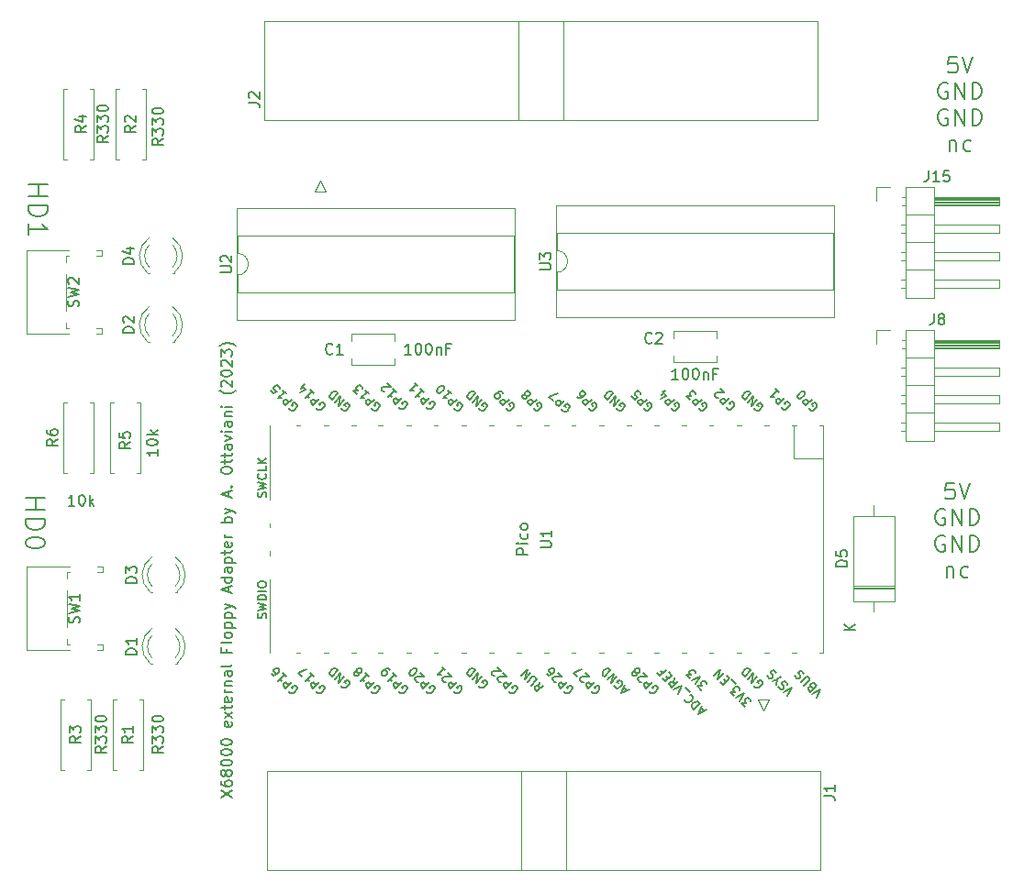
<source format=gbr>
%TF.GenerationSoftware,KiCad,Pcbnew,(6.0.6)*%
%TF.CreationDate,2023-06-21T15:59:23+02:00*%
%TF.ProjectId,X68KFDPI,5836384b-4644-4504-992e-6b696361645f,rev?*%
%TF.SameCoordinates,Original*%
%TF.FileFunction,Legend,Top*%
%TF.FilePolarity,Positive*%
%FSLAX46Y46*%
G04 Gerber Fmt 4.6, Leading zero omitted, Abs format (unit mm)*
G04 Created by KiCad (PCBNEW (6.0.6)) date 2023-06-21 15:59:23*
%MOMM*%
%LPD*%
G01*
G04 APERTURE LIST*
%ADD10C,0.150000*%
%ADD11C,0.200000*%
%ADD12C,0.120000*%
G04 APERTURE END LIST*
D10*
X127468380Y-120083809D02*
X128468380Y-119417142D01*
X127468380Y-119417142D02*
X128468380Y-120083809D01*
X127468380Y-118607619D02*
X127468380Y-118798095D01*
X127516000Y-118893333D01*
X127563619Y-118940952D01*
X127706476Y-119036190D01*
X127896952Y-119083809D01*
X128277904Y-119083809D01*
X128373142Y-119036190D01*
X128420761Y-118988571D01*
X128468380Y-118893333D01*
X128468380Y-118702857D01*
X128420761Y-118607619D01*
X128373142Y-118559999D01*
X128277904Y-118512380D01*
X128039809Y-118512380D01*
X127944571Y-118559999D01*
X127896952Y-118607619D01*
X127849333Y-118702857D01*
X127849333Y-118893333D01*
X127896952Y-118988571D01*
X127944571Y-119036190D01*
X128039809Y-119083809D01*
X127896952Y-117940952D02*
X127849333Y-118036190D01*
X127801714Y-118083809D01*
X127706476Y-118131428D01*
X127658857Y-118131428D01*
X127563619Y-118083809D01*
X127516000Y-118036190D01*
X127468380Y-117940952D01*
X127468380Y-117750476D01*
X127516000Y-117655238D01*
X127563619Y-117607619D01*
X127658857Y-117559999D01*
X127706476Y-117559999D01*
X127801714Y-117607619D01*
X127849333Y-117655238D01*
X127896952Y-117750476D01*
X127896952Y-117940952D01*
X127944571Y-118036190D01*
X127992190Y-118083809D01*
X128087428Y-118131428D01*
X128277904Y-118131428D01*
X128373142Y-118083809D01*
X128420761Y-118036190D01*
X128468380Y-117940952D01*
X128468380Y-117750476D01*
X128420761Y-117655238D01*
X128373142Y-117607619D01*
X128277904Y-117559999D01*
X128087428Y-117559999D01*
X127992190Y-117607619D01*
X127944571Y-117655238D01*
X127896952Y-117750476D01*
X127468380Y-116940952D02*
X127468380Y-116845714D01*
X127516000Y-116750476D01*
X127563619Y-116702857D01*
X127658857Y-116655238D01*
X127849333Y-116607619D01*
X128087428Y-116607619D01*
X128277904Y-116655238D01*
X128373142Y-116702857D01*
X128420761Y-116750476D01*
X128468380Y-116845714D01*
X128468380Y-116940952D01*
X128420761Y-117036190D01*
X128373142Y-117083809D01*
X128277904Y-117131428D01*
X128087428Y-117179047D01*
X127849333Y-117179047D01*
X127658857Y-117131428D01*
X127563619Y-117083809D01*
X127516000Y-117036190D01*
X127468380Y-116940952D01*
X127468380Y-115988571D02*
X127468380Y-115893333D01*
X127516000Y-115798095D01*
X127563619Y-115750476D01*
X127658857Y-115702857D01*
X127849333Y-115655238D01*
X128087428Y-115655238D01*
X128277904Y-115702857D01*
X128373142Y-115750476D01*
X128420761Y-115798095D01*
X128468380Y-115893333D01*
X128468380Y-115988571D01*
X128420761Y-116083809D01*
X128373142Y-116131428D01*
X128277904Y-116179047D01*
X128087428Y-116226666D01*
X127849333Y-116226666D01*
X127658857Y-116179047D01*
X127563619Y-116131428D01*
X127516000Y-116083809D01*
X127468380Y-115988571D01*
X127468380Y-115036190D02*
X127468380Y-114940952D01*
X127516000Y-114845714D01*
X127563619Y-114798095D01*
X127658857Y-114750476D01*
X127849333Y-114702857D01*
X128087428Y-114702857D01*
X128277904Y-114750476D01*
X128373142Y-114798095D01*
X128420761Y-114845714D01*
X128468380Y-114940952D01*
X128468380Y-115036190D01*
X128420761Y-115131428D01*
X128373142Y-115179047D01*
X128277904Y-115226666D01*
X128087428Y-115274285D01*
X127849333Y-115274285D01*
X127658857Y-115226666D01*
X127563619Y-115179047D01*
X127516000Y-115131428D01*
X127468380Y-115036190D01*
X128420761Y-113131428D02*
X128468380Y-113226666D01*
X128468380Y-113417142D01*
X128420761Y-113512380D01*
X128325523Y-113559999D01*
X127944571Y-113559999D01*
X127849333Y-113512380D01*
X127801714Y-113417142D01*
X127801714Y-113226666D01*
X127849333Y-113131428D01*
X127944571Y-113083809D01*
X128039809Y-113083809D01*
X128135047Y-113559999D01*
X128468380Y-112750476D02*
X127801714Y-112226666D01*
X127801714Y-112750476D02*
X128468380Y-112226666D01*
X127801714Y-111988571D02*
X127801714Y-111607619D01*
X127468380Y-111845714D02*
X128325523Y-111845714D01*
X128420761Y-111798095D01*
X128468380Y-111702857D01*
X128468380Y-111607619D01*
X128420761Y-110893333D02*
X128468380Y-110988571D01*
X128468380Y-111179047D01*
X128420761Y-111274285D01*
X128325523Y-111321904D01*
X127944571Y-111321904D01*
X127849333Y-111274285D01*
X127801714Y-111179047D01*
X127801714Y-110988571D01*
X127849333Y-110893333D01*
X127944571Y-110845714D01*
X128039809Y-110845714D01*
X128135047Y-111321904D01*
X128468380Y-110417142D02*
X127801714Y-110417142D01*
X127992190Y-110417142D02*
X127896952Y-110369523D01*
X127849333Y-110321904D01*
X127801714Y-110226666D01*
X127801714Y-110131428D01*
X127801714Y-109798095D02*
X128468380Y-109798095D01*
X127896952Y-109798095D02*
X127849333Y-109750476D01*
X127801714Y-109655238D01*
X127801714Y-109512380D01*
X127849333Y-109417142D01*
X127944571Y-109369523D01*
X128468380Y-109369523D01*
X128468380Y-108464761D02*
X127944571Y-108464761D01*
X127849333Y-108512380D01*
X127801714Y-108607619D01*
X127801714Y-108798095D01*
X127849333Y-108893333D01*
X128420761Y-108464761D02*
X128468380Y-108559999D01*
X128468380Y-108798095D01*
X128420761Y-108893333D01*
X128325523Y-108940952D01*
X128230285Y-108940952D01*
X128135047Y-108893333D01*
X128087428Y-108798095D01*
X128087428Y-108559999D01*
X128039809Y-108464761D01*
X128468380Y-107845714D02*
X128420761Y-107940952D01*
X128325523Y-107988571D01*
X127468380Y-107988571D01*
X127944571Y-106369523D02*
X127944571Y-106702857D01*
X128468380Y-106702857D02*
X127468380Y-106702857D01*
X127468380Y-106226666D01*
X128468380Y-105702857D02*
X128420761Y-105798095D01*
X128325523Y-105845714D01*
X127468380Y-105845714D01*
X128468380Y-105179047D02*
X128420761Y-105274285D01*
X128373142Y-105321904D01*
X128277904Y-105369523D01*
X127992190Y-105369523D01*
X127896952Y-105321904D01*
X127849333Y-105274285D01*
X127801714Y-105179047D01*
X127801714Y-105036190D01*
X127849333Y-104940952D01*
X127896952Y-104893333D01*
X127992190Y-104845714D01*
X128277904Y-104845714D01*
X128373142Y-104893333D01*
X128420761Y-104940952D01*
X128468380Y-105036190D01*
X128468380Y-105179047D01*
X127801714Y-104417142D02*
X128801714Y-104417142D01*
X127849333Y-104417142D02*
X127801714Y-104321904D01*
X127801714Y-104131428D01*
X127849333Y-104036190D01*
X127896952Y-103988571D01*
X127992190Y-103940952D01*
X128277904Y-103940952D01*
X128373142Y-103988571D01*
X128420761Y-104036190D01*
X128468380Y-104131428D01*
X128468380Y-104321904D01*
X128420761Y-104417142D01*
X127801714Y-103512380D02*
X128801714Y-103512380D01*
X127849333Y-103512380D02*
X127801714Y-103417142D01*
X127801714Y-103226666D01*
X127849333Y-103131428D01*
X127896952Y-103083809D01*
X127992190Y-103036190D01*
X128277904Y-103036190D01*
X128373142Y-103083809D01*
X128420761Y-103131428D01*
X128468380Y-103226666D01*
X128468380Y-103417142D01*
X128420761Y-103512380D01*
X127801714Y-102702857D02*
X128468380Y-102464761D01*
X127801714Y-102226666D02*
X128468380Y-102464761D01*
X128706476Y-102559999D01*
X128754095Y-102607619D01*
X128801714Y-102702857D01*
X128182666Y-101131428D02*
X128182666Y-100655238D01*
X128468380Y-101226666D02*
X127468380Y-100893333D01*
X128468380Y-100560000D01*
X128468380Y-99798095D02*
X127468380Y-99798095D01*
X128420761Y-99798095D02*
X128468380Y-99893333D01*
X128468380Y-100083809D01*
X128420761Y-100179047D01*
X128373142Y-100226666D01*
X128277904Y-100274285D01*
X127992190Y-100274285D01*
X127896952Y-100226666D01*
X127849333Y-100179047D01*
X127801714Y-100083809D01*
X127801714Y-99893333D01*
X127849333Y-99798095D01*
X128468380Y-98893333D02*
X127944571Y-98893333D01*
X127849333Y-98940952D01*
X127801714Y-99036190D01*
X127801714Y-99226666D01*
X127849333Y-99321904D01*
X128420761Y-98893333D02*
X128468380Y-98988571D01*
X128468380Y-99226666D01*
X128420761Y-99321904D01*
X128325523Y-99369523D01*
X128230285Y-99369523D01*
X128135047Y-99321904D01*
X128087428Y-99226666D01*
X128087428Y-98988571D01*
X128039809Y-98893333D01*
X127801714Y-98417142D02*
X128801714Y-98417142D01*
X127849333Y-98417142D02*
X127801714Y-98321904D01*
X127801714Y-98131428D01*
X127849333Y-98036190D01*
X127896952Y-97988571D01*
X127992190Y-97940952D01*
X128277904Y-97940952D01*
X128373142Y-97988571D01*
X128420761Y-98036190D01*
X128468380Y-98131428D01*
X128468380Y-98321904D01*
X128420761Y-98417142D01*
X127801714Y-97655238D02*
X127801714Y-97274285D01*
X127468380Y-97512380D02*
X128325523Y-97512380D01*
X128420761Y-97464761D01*
X128468380Y-97369523D01*
X128468380Y-97274285D01*
X128420761Y-96560000D02*
X128468380Y-96655238D01*
X128468380Y-96845714D01*
X128420761Y-96940952D01*
X128325523Y-96988571D01*
X127944571Y-96988571D01*
X127849333Y-96940952D01*
X127801714Y-96845714D01*
X127801714Y-96655238D01*
X127849333Y-96560000D01*
X127944571Y-96512380D01*
X128039809Y-96512380D01*
X128135047Y-96988571D01*
X128468380Y-96083809D02*
X127801714Y-96083809D01*
X127992190Y-96083809D02*
X127896952Y-96036190D01*
X127849333Y-95988571D01*
X127801714Y-95893333D01*
X127801714Y-95798095D01*
X128468380Y-94702857D02*
X127468380Y-94702857D01*
X127849333Y-94702857D02*
X127801714Y-94607619D01*
X127801714Y-94417142D01*
X127849333Y-94321904D01*
X127896952Y-94274285D01*
X127992190Y-94226666D01*
X128277904Y-94226666D01*
X128373142Y-94274285D01*
X128420761Y-94321904D01*
X128468380Y-94417142D01*
X128468380Y-94607619D01*
X128420761Y-94702857D01*
X127801714Y-93893333D02*
X128468380Y-93655238D01*
X127801714Y-93417142D02*
X128468380Y-93655238D01*
X128706476Y-93750476D01*
X128754095Y-93798095D01*
X128801714Y-93893333D01*
X128182666Y-92321904D02*
X128182666Y-91845714D01*
X128468380Y-92417142D02*
X127468380Y-92083809D01*
X128468380Y-91750476D01*
X128373142Y-91417142D02*
X128420761Y-91369523D01*
X128468380Y-91417142D01*
X128420761Y-91464761D01*
X128373142Y-91417142D01*
X128468380Y-91417142D01*
X127468380Y-89988571D02*
X127468380Y-89798095D01*
X127516000Y-89702857D01*
X127611238Y-89607619D01*
X127801714Y-89560000D01*
X128135047Y-89560000D01*
X128325523Y-89607619D01*
X128420761Y-89702857D01*
X128468380Y-89798095D01*
X128468380Y-89988571D01*
X128420761Y-90083809D01*
X128325523Y-90179047D01*
X128135047Y-90226666D01*
X127801714Y-90226666D01*
X127611238Y-90179047D01*
X127516000Y-90083809D01*
X127468380Y-89988571D01*
X127801714Y-89274285D02*
X127801714Y-88893333D01*
X127468380Y-89131428D02*
X128325523Y-89131428D01*
X128420761Y-89083809D01*
X128468380Y-88988571D01*
X128468380Y-88893333D01*
X127801714Y-88702857D02*
X127801714Y-88321904D01*
X127468380Y-88560000D02*
X128325523Y-88560000D01*
X128420761Y-88512380D01*
X128468380Y-88417142D01*
X128468380Y-88321904D01*
X128468380Y-87560000D02*
X127944571Y-87560000D01*
X127849333Y-87607619D01*
X127801714Y-87702857D01*
X127801714Y-87893333D01*
X127849333Y-87988571D01*
X128420761Y-87560000D02*
X128468380Y-87655238D01*
X128468380Y-87893333D01*
X128420761Y-87988571D01*
X128325523Y-88036190D01*
X128230285Y-88036190D01*
X128135047Y-87988571D01*
X128087428Y-87893333D01*
X128087428Y-87655238D01*
X128039809Y-87560000D01*
X127801714Y-87179047D02*
X128468380Y-86940952D01*
X127801714Y-86702857D01*
X128468380Y-86321904D02*
X127801714Y-86321904D01*
X127468380Y-86321904D02*
X127516000Y-86369523D01*
X127563619Y-86321904D01*
X127516000Y-86274285D01*
X127468380Y-86321904D01*
X127563619Y-86321904D01*
X128468380Y-85417142D02*
X127944571Y-85417142D01*
X127849333Y-85464761D01*
X127801714Y-85560000D01*
X127801714Y-85750476D01*
X127849333Y-85845714D01*
X128420761Y-85417142D02*
X128468380Y-85512380D01*
X128468380Y-85750476D01*
X128420761Y-85845714D01*
X128325523Y-85893333D01*
X128230285Y-85893333D01*
X128135047Y-85845714D01*
X128087428Y-85750476D01*
X128087428Y-85512380D01*
X128039809Y-85417142D01*
X127801714Y-84940952D02*
X128468380Y-84940952D01*
X127896952Y-84940952D02*
X127849333Y-84893333D01*
X127801714Y-84798095D01*
X127801714Y-84655238D01*
X127849333Y-84560000D01*
X127944571Y-84512380D01*
X128468380Y-84512380D01*
X128468380Y-84036190D02*
X127801714Y-84036190D01*
X127468380Y-84036190D02*
X127516000Y-84083809D01*
X127563619Y-84036190D01*
X127516000Y-83988571D01*
X127468380Y-84036190D01*
X127563619Y-84036190D01*
X128849333Y-82512380D02*
X128801714Y-82560000D01*
X128658857Y-82655238D01*
X128563619Y-82702857D01*
X128420761Y-82750476D01*
X128182666Y-82798095D01*
X127992190Y-82798095D01*
X127754095Y-82750476D01*
X127611238Y-82702857D01*
X127516000Y-82655238D01*
X127373142Y-82560000D01*
X127325523Y-82512380D01*
X127563619Y-82179047D02*
X127516000Y-82131428D01*
X127468380Y-82036190D01*
X127468380Y-81798095D01*
X127516000Y-81702857D01*
X127563619Y-81655238D01*
X127658857Y-81607619D01*
X127754095Y-81607619D01*
X127896952Y-81655238D01*
X128468380Y-82226666D01*
X128468380Y-81607619D01*
X127468380Y-80988571D02*
X127468380Y-80893333D01*
X127516000Y-80798095D01*
X127563619Y-80750476D01*
X127658857Y-80702857D01*
X127849333Y-80655238D01*
X128087428Y-80655238D01*
X128277904Y-80702857D01*
X128373142Y-80750476D01*
X128420761Y-80798095D01*
X128468380Y-80893333D01*
X128468380Y-80988571D01*
X128420761Y-81083809D01*
X128373142Y-81131428D01*
X128277904Y-81179047D01*
X128087428Y-81226666D01*
X127849333Y-81226666D01*
X127658857Y-81179047D01*
X127563619Y-81131428D01*
X127516000Y-81083809D01*
X127468380Y-80988571D01*
X127563619Y-80274285D02*
X127516000Y-80226666D01*
X127468380Y-80131428D01*
X127468380Y-79893333D01*
X127516000Y-79798095D01*
X127563619Y-79750476D01*
X127658857Y-79702857D01*
X127754095Y-79702857D01*
X127896952Y-79750476D01*
X128468380Y-80321904D01*
X128468380Y-79702857D01*
X127468380Y-79369523D02*
X127468380Y-78750476D01*
X127849333Y-79083809D01*
X127849333Y-78940952D01*
X127896952Y-78845714D01*
X127944571Y-78798095D01*
X128039809Y-78750476D01*
X128277904Y-78750476D01*
X128373142Y-78798095D01*
X128420761Y-78845714D01*
X128468380Y-78940952D01*
X128468380Y-79226666D01*
X128420761Y-79321904D01*
X128373142Y-79369523D01*
X128849333Y-78417142D02*
X128801714Y-78369523D01*
X128658857Y-78274285D01*
X128563619Y-78226666D01*
X128420761Y-78179047D01*
X128182666Y-78131428D01*
X127992190Y-78131428D01*
X127754095Y-78179047D01*
X127611238Y-78226666D01*
X127516000Y-78274285D01*
X127373142Y-78369523D01*
X127325523Y-78417142D01*
D11*
X195095428Y-91060071D02*
X194381142Y-91060071D01*
X194309714Y-91774357D01*
X194381142Y-91702928D01*
X194524000Y-91631500D01*
X194881142Y-91631500D01*
X195024000Y-91702928D01*
X195095428Y-91774357D01*
X195166857Y-91917214D01*
X195166857Y-92274357D01*
X195095428Y-92417214D01*
X195024000Y-92488642D01*
X194881142Y-92560071D01*
X194524000Y-92560071D01*
X194381142Y-92488642D01*
X194309714Y-92417214D01*
X195595428Y-91060071D02*
X196095428Y-92560071D01*
X196595428Y-91060071D01*
X194238285Y-93546500D02*
X194095428Y-93475071D01*
X193881142Y-93475071D01*
X193666857Y-93546500D01*
X193524000Y-93689357D01*
X193452571Y-93832214D01*
X193381142Y-94117928D01*
X193381142Y-94332214D01*
X193452571Y-94617928D01*
X193524000Y-94760785D01*
X193666857Y-94903642D01*
X193881142Y-94975071D01*
X194024000Y-94975071D01*
X194238285Y-94903642D01*
X194309714Y-94832214D01*
X194309714Y-94332214D01*
X194024000Y-94332214D01*
X194952571Y-94975071D02*
X194952571Y-93475071D01*
X195809714Y-94975071D01*
X195809714Y-93475071D01*
X196524000Y-94975071D02*
X196524000Y-93475071D01*
X196881142Y-93475071D01*
X197095428Y-93546500D01*
X197238285Y-93689357D01*
X197309714Y-93832214D01*
X197381142Y-94117928D01*
X197381142Y-94332214D01*
X197309714Y-94617928D01*
X197238285Y-94760785D01*
X197095428Y-94903642D01*
X196881142Y-94975071D01*
X196524000Y-94975071D01*
X194238285Y-95961500D02*
X194095428Y-95890071D01*
X193881142Y-95890071D01*
X193666857Y-95961500D01*
X193524000Y-96104357D01*
X193452571Y-96247214D01*
X193381142Y-96532928D01*
X193381142Y-96747214D01*
X193452571Y-97032928D01*
X193524000Y-97175785D01*
X193666857Y-97318642D01*
X193881142Y-97390071D01*
X194024000Y-97390071D01*
X194238285Y-97318642D01*
X194309714Y-97247214D01*
X194309714Y-96747214D01*
X194024000Y-96747214D01*
X194952571Y-97390071D02*
X194952571Y-95890071D01*
X195809714Y-97390071D01*
X195809714Y-95890071D01*
X196524000Y-97390071D02*
X196524000Y-95890071D01*
X196881142Y-95890071D01*
X197095428Y-95961500D01*
X197238285Y-96104357D01*
X197309714Y-96247214D01*
X197381142Y-96532928D01*
X197381142Y-96747214D01*
X197309714Y-97032928D01*
X197238285Y-97175785D01*
X197095428Y-97318642D01*
X196881142Y-97390071D01*
X196524000Y-97390071D01*
X194416857Y-98805071D02*
X194416857Y-99805071D01*
X194416857Y-98947928D02*
X194488285Y-98876500D01*
X194631142Y-98805071D01*
X194845428Y-98805071D01*
X194988285Y-98876500D01*
X195059714Y-99019357D01*
X195059714Y-99805071D01*
X196416857Y-99733642D02*
X196274000Y-99805071D01*
X195988285Y-99805071D01*
X195845428Y-99733642D01*
X195774000Y-99662214D01*
X195702571Y-99519357D01*
X195702571Y-99090785D01*
X195774000Y-98947928D01*
X195845428Y-98876500D01*
X195988285Y-98805071D01*
X196274000Y-98805071D01*
X196416857Y-98876500D01*
X109675714Y-63514571D02*
X111475714Y-63514571D01*
X110618571Y-63514571D02*
X110618571Y-64543142D01*
X109675714Y-64543142D02*
X111475714Y-64543142D01*
X109675714Y-65400285D02*
X111475714Y-65400285D01*
X111475714Y-65828857D01*
X111390000Y-66086000D01*
X111218571Y-66257428D01*
X111047142Y-66343142D01*
X110704285Y-66428857D01*
X110447142Y-66428857D01*
X110104285Y-66343142D01*
X109932857Y-66257428D01*
X109761428Y-66086000D01*
X109675714Y-65828857D01*
X109675714Y-65400285D01*
X109675714Y-68143142D02*
X109675714Y-67114571D01*
X109675714Y-67628857D02*
X111475714Y-67628857D01*
X111218571Y-67457428D01*
X111047142Y-67286000D01*
X110961428Y-67114571D01*
X109421714Y-92470571D02*
X111221714Y-92470571D01*
X110364571Y-92470571D02*
X110364571Y-93499142D01*
X109421714Y-93499142D02*
X111221714Y-93499142D01*
X109421714Y-94356285D02*
X111221714Y-94356285D01*
X111221714Y-94784857D01*
X111136000Y-95042000D01*
X110964571Y-95213428D01*
X110793142Y-95299142D01*
X110450285Y-95384857D01*
X110193142Y-95384857D01*
X109850285Y-95299142D01*
X109678857Y-95213428D01*
X109507428Y-95042000D01*
X109421714Y-94784857D01*
X109421714Y-94356285D01*
X111221714Y-96499142D02*
X111221714Y-96670571D01*
X111136000Y-96842000D01*
X111050285Y-96927714D01*
X110878857Y-97013428D01*
X110536000Y-97099142D01*
X110107428Y-97099142D01*
X109764571Y-97013428D01*
X109593142Y-96927714D01*
X109507428Y-96842000D01*
X109421714Y-96670571D01*
X109421714Y-96499142D01*
X109507428Y-96327714D01*
X109593142Y-96242000D01*
X109764571Y-96156285D01*
X110107428Y-96070571D01*
X110536000Y-96070571D01*
X110878857Y-96156285D01*
X111050285Y-96242000D01*
X111136000Y-96327714D01*
X111221714Y-96499142D01*
X195349428Y-51690071D02*
X194635142Y-51690071D01*
X194563714Y-52404357D01*
X194635142Y-52332928D01*
X194778000Y-52261500D01*
X195135142Y-52261500D01*
X195278000Y-52332928D01*
X195349428Y-52404357D01*
X195420857Y-52547214D01*
X195420857Y-52904357D01*
X195349428Y-53047214D01*
X195278000Y-53118642D01*
X195135142Y-53190071D01*
X194778000Y-53190071D01*
X194635142Y-53118642D01*
X194563714Y-53047214D01*
X195849428Y-51690071D02*
X196349428Y-53190071D01*
X196849428Y-51690071D01*
X194492285Y-54176500D02*
X194349428Y-54105071D01*
X194135142Y-54105071D01*
X193920857Y-54176500D01*
X193778000Y-54319357D01*
X193706571Y-54462214D01*
X193635142Y-54747928D01*
X193635142Y-54962214D01*
X193706571Y-55247928D01*
X193778000Y-55390785D01*
X193920857Y-55533642D01*
X194135142Y-55605071D01*
X194278000Y-55605071D01*
X194492285Y-55533642D01*
X194563714Y-55462214D01*
X194563714Y-54962214D01*
X194278000Y-54962214D01*
X195206571Y-55605071D02*
X195206571Y-54105071D01*
X196063714Y-55605071D01*
X196063714Y-54105071D01*
X196778000Y-55605071D02*
X196778000Y-54105071D01*
X197135142Y-54105071D01*
X197349428Y-54176500D01*
X197492285Y-54319357D01*
X197563714Y-54462214D01*
X197635142Y-54747928D01*
X197635142Y-54962214D01*
X197563714Y-55247928D01*
X197492285Y-55390785D01*
X197349428Y-55533642D01*
X197135142Y-55605071D01*
X196778000Y-55605071D01*
X194492285Y-56591500D02*
X194349428Y-56520071D01*
X194135142Y-56520071D01*
X193920857Y-56591500D01*
X193778000Y-56734357D01*
X193706571Y-56877214D01*
X193635142Y-57162928D01*
X193635142Y-57377214D01*
X193706571Y-57662928D01*
X193778000Y-57805785D01*
X193920857Y-57948642D01*
X194135142Y-58020071D01*
X194278000Y-58020071D01*
X194492285Y-57948642D01*
X194563714Y-57877214D01*
X194563714Y-57377214D01*
X194278000Y-57377214D01*
X195206571Y-58020071D02*
X195206571Y-56520071D01*
X196063714Y-58020071D01*
X196063714Y-56520071D01*
X196778000Y-58020071D02*
X196778000Y-56520071D01*
X197135142Y-56520071D01*
X197349428Y-56591500D01*
X197492285Y-56734357D01*
X197563714Y-56877214D01*
X197635142Y-57162928D01*
X197635142Y-57377214D01*
X197563714Y-57662928D01*
X197492285Y-57805785D01*
X197349428Y-57948642D01*
X197135142Y-58020071D01*
X196778000Y-58020071D01*
X194670857Y-59435071D02*
X194670857Y-60435071D01*
X194670857Y-59577928D02*
X194742285Y-59506500D01*
X194885142Y-59435071D01*
X195099428Y-59435071D01*
X195242285Y-59506500D01*
X195313714Y-59649357D01*
X195313714Y-60435071D01*
X196670857Y-60363642D02*
X196528000Y-60435071D01*
X196242285Y-60435071D01*
X196099428Y-60363642D01*
X196028000Y-60292214D01*
X195956571Y-60149357D01*
X195956571Y-59720785D01*
X196028000Y-59577928D01*
X196099428Y-59506500D01*
X196242285Y-59435071D01*
X196528000Y-59435071D01*
X196670857Y-59506500D01*
D10*
%TO.C,C2*%
X167219333Y-78081142D02*
X167171714Y-78128761D01*
X167028857Y-78176380D01*
X166933619Y-78176380D01*
X166790761Y-78128761D01*
X166695523Y-78033523D01*
X166647904Y-77938285D01*
X166600285Y-77747809D01*
X166600285Y-77604952D01*
X166647904Y-77414476D01*
X166695523Y-77319238D01*
X166790761Y-77224000D01*
X166933619Y-77176380D01*
X167028857Y-77176380D01*
X167171714Y-77224000D01*
X167219333Y-77271619D01*
X167600285Y-77271619D02*
X167647904Y-77224000D01*
X167743142Y-77176380D01*
X167981238Y-77176380D01*
X168076476Y-77224000D01*
X168124095Y-77271619D01*
X168171714Y-77366857D01*
X168171714Y-77462095D01*
X168124095Y-77604952D01*
X167552666Y-78176380D01*
X168171714Y-78176380D01*
X169648380Y-81488388D02*
X169076952Y-81488388D01*
X169362666Y-81488388D02*
X169362666Y-80488388D01*
X169267428Y-80631246D01*
X169172190Y-80726484D01*
X169076952Y-80774103D01*
X170267428Y-80488388D02*
X170362666Y-80488388D01*
X170457904Y-80536008D01*
X170505523Y-80583627D01*
X170553142Y-80678865D01*
X170600761Y-80869341D01*
X170600761Y-81107436D01*
X170553142Y-81297912D01*
X170505523Y-81393150D01*
X170457904Y-81440769D01*
X170362666Y-81488388D01*
X170267428Y-81488388D01*
X170172190Y-81440769D01*
X170124571Y-81393150D01*
X170076952Y-81297912D01*
X170029333Y-81107436D01*
X170029333Y-80869341D01*
X170076952Y-80678865D01*
X170124571Y-80583627D01*
X170172190Y-80536008D01*
X170267428Y-80488388D01*
X171219809Y-80488388D02*
X171315047Y-80488388D01*
X171410285Y-80536008D01*
X171457904Y-80583627D01*
X171505523Y-80678865D01*
X171553142Y-80869341D01*
X171553142Y-81107436D01*
X171505523Y-81297912D01*
X171457904Y-81393150D01*
X171410285Y-81440769D01*
X171315047Y-81488388D01*
X171219809Y-81488388D01*
X171124571Y-81440769D01*
X171076952Y-81393150D01*
X171029333Y-81297912D01*
X170981714Y-81107436D01*
X170981714Y-80869341D01*
X171029333Y-80678865D01*
X171076952Y-80583627D01*
X171124571Y-80536008D01*
X171219809Y-80488388D01*
X171981714Y-80821722D02*
X171981714Y-81488388D01*
X171981714Y-80916960D02*
X172029333Y-80869341D01*
X172124571Y-80821722D01*
X172267428Y-80821722D01*
X172362666Y-80869341D01*
X172410285Y-80964579D01*
X172410285Y-81488388D01*
X173219809Y-80964579D02*
X172886476Y-80964579D01*
X172886476Y-81488388D02*
X172886476Y-80488388D01*
X173362666Y-80488388D01*
%TO.C,D3*%
X119666380Y-100306095D02*
X118666380Y-100306095D01*
X118666380Y-100068000D01*
X118714000Y-99925142D01*
X118809238Y-99829904D01*
X118904476Y-99782285D01*
X119094952Y-99734666D01*
X119237809Y-99734666D01*
X119428285Y-99782285D01*
X119523523Y-99829904D01*
X119618761Y-99925142D01*
X119666380Y-100068000D01*
X119666380Y-100306095D01*
X118666380Y-99401333D02*
X118666380Y-98782285D01*
X119047333Y-99115619D01*
X119047333Y-98972761D01*
X119094952Y-98877523D01*
X119142571Y-98829904D01*
X119237809Y-98782285D01*
X119475904Y-98782285D01*
X119571142Y-98829904D01*
X119618761Y-98877523D01*
X119666380Y-98972761D01*
X119666380Y-99258476D01*
X119618761Y-99353714D01*
X119571142Y-99401333D01*
%TO.C,R5*%
X119070380Y-87288666D02*
X118594190Y-87622000D01*
X119070380Y-87860095D02*
X118070380Y-87860095D01*
X118070380Y-87479142D01*
X118118000Y-87383904D01*
X118165619Y-87336285D01*
X118260857Y-87288666D01*
X118403714Y-87288666D01*
X118498952Y-87336285D01*
X118546571Y-87383904D01*
X118594190Y-87479142D01*
X118594190Y-87860095D01*
X118070380Y-86383904D02*
X118070380Y-86860095D01*
X118546571Y-86907714D01*
X118498952Y-86860095D01*
X118451333Y-86764857D01*
X118451333Y-86526761D01*
X118498952Y-86431523D01*
X118546571Y-86383904D01*
X118641809Y-86336285D01*
X118879904Y-86336285D01*
X118975142Y-86383904D01*
X119022761Y-86431523D01*
X119070380Y-86526761D01*
X119070380Y-86764857D01*
X119022761Y-86860095D01*
X118975142Y-86907714D01*
X121610380Y-87971238D02*
X121610380Y-88542666D01*
X121610380Y-88256952D02*
X120610380Y-88256952D01*
X120753238Y-88352190D01*
X120848476Y-88447428D01*
X120896095Y-88542666D01*
X120610380Y-87352190D02*
X120610380Y-87256952D01*
X120658000Y-87161714D01*
X120705619Y-87114095D01*
X120800857Y-87066476D01*
X120991333Y-87018857D01*
X121229428Y-87018857D01*
X121419904Y-87066476D01*
X121515142Y-87114095D01*
X121562761Y-87161714D01*
X121610380Y-87256952D01*
X121610380Y-87352190D01*
X121562761Y-87447428D01*
X121515142Y-87495047D01*
X121419904Y-87542666D01*
X121229428Y-87590285D01*
X120991333Y-87590285D01*
X120800857Y-87542666D01*
X120705619Y-87495047D01*
X120658000Y-87447428D01*
X120610380Y-87352190D01*
X121610380Y-86590285D02*
X120610380Y-86590285D01*
X121229428Y-86495047D02*
X121610380Y-86209333D01*
X120943714Y-86209333D02*
X121324666Y-86590285D01*
%TO.C,D4*%
X119412380Y-70842095D02*
X118412380Y-70842095D01*
X118412380Y-70604000D01*
X118460000Y-70461142D01*
X118555238Y-70365904D01*
X118650476Y-70318285D01*
X118840952Y-70270666D01*
X118983809Y-70270666D01*
X119174285Y-70318285D01*
X119269523Y-70365904D01*
X119364761Y-70461142D01*
X119412380Y-70604000D01*
X119412380Y-70842095D01*
X118745714Y-69413523D02*
X119412380Y-69413523D01*
X118364761Y-69651619D02*
X119079047Y-69889714D01*
X119079047Y-69270666D01*
%TO.C,R1*%
X119324380Y-114466666D02*
X118848190Y-114800000D01*
X119324380Y-115038095D02*
X118324380Y-115038095D01*
X118324380Y-114657142D01*
X118372000Y-114561904D01*
X118419619Y-114514285D01*
X118514857Y-114466666D01*
X118657714Y-114466666D01*
X118752952Y-114514285D01*
X118800571Y-114561904D01*
X118848190Y-114657142D01*
X118848190Y-115038095D01*
X119324380Y-113514285D02*
X119324380Y-114085714D01*
X119324380Y-113800000D02*
X118324380Y-113800000D01*
X118467238Y-113895238D01*
X118562476Y-113990476D01*
X118610095Y-114085714D01*
X122118380Y-115419047D02*
X121642190Y-115752380D01*
X122118380Y-115990476D02*
X121118380Y-115990476D01*
X121118380Y-115609523D01*
X121166000Y-115514285D01*
X121213619Y-115466666D01*
X121308857Y-115419047D01*
X121451714Y-115419047D01*
X121546952Y-115466666D01*
X121594571Y-115514285D01*
X121642190Y-115609523D01*
X121642190Y-115990476D01*
X121118380Y-115085714D02*
X121118380Y-114466666D01*
X121499333Y-114800000D01*
X121499333Y-114657142D01*
X121546952Y-114561904D01*
X121594571Y-114514285D01*
X121689809Y-114466666D01*
X121927904Y-114466666D01*
X122023142Y-114514285D01*
X122070761Y-114561904D01*
X122118380Y-114657142D01*
X122118380Y-114942857D01*
X122070761Y-115038095D01*
X122023142Y-115085714D01*
X121118380Y-114133333D02*
X121118380Y-113514285D01*
X121499333Y-113847619D01*
X121499333Y-113704761D01*
X121546952Y-113609523D01*
X121594571Y-113561904D01*
X121689809Y-113514285D01*
X121927904Y-113514285D01*
X122023142Y-113561904D01*
X122070761Y-113609523D01*
X122118380Y-113704761D01*
X122118380Y-113990476D01*
X122070761Y-114085714D01*
X122023142Y-114133333D01*
X121118380Y-112895238D02*
X121118380Y-112800000D01*
X121166000Y-112704761D01*
X121213619Y-112657142D01*
X121308857Y-112609523D01*
X121499333Y-112561904D01*
X121737428Y-112561904D01*
X121927904Y-112609523D01*
X122023142Y-112657142D01*
X122070761Y-112704761D01*
X122118380Y-112800000D01*
X122118380Y-112895238D01*
X122070761Y-112990476D01*
X122023142Y-113038095D01*
X121927904Y-113085714D01*
X121737428Y-113133333D01*
X121499333Y-113133333D01*
X121308857Y-113085714D01*
X121213619Y-113038095D01*
X121166000Y-112990476D01*
X121118380Y-112895238D01*
%TO.C,R3*%
X114498380Y-114466666D02*
X114022190Y-114800000D01*
X114498380Y-115038095D02*
X113498380Y-115038095D01*
X113498380Y-114657142D01*
X113546000Y-114561904D01*
X113593619Y-114514285D01*
X113688857Y-114466666D01*
X113831714Y-114466666D01*
X113926952Y-114514285D01*
X113974571Y-114561904D01*
X114022190Y-114657142D01*
X114022190Y-115038095D01*
X113498380Y-114133333D02*
X113498380Y-113514285D01*
X113879333Y-113847619D01*
X113879333Y-113704761D01*
X113926952Y-113609523D01*
X113974571Y-113561904D01*
X114069809Y-113514285D01*
X114307904Y-113514285D01*
X114403142Y-113561904D01*
X114450761Y-113609523D01*
X114498380Y-113704761D01*
X114498380Y-113990476D01*
X114450761Y-114085714D01*
X114403142Y-114133333D01*
X116868378Y-115419047D02*
X116392188Y-115752380D01*
X116868378Y-115990476D02*
X115868378Y-115990476D01*
X115868378Y-115609523D01*
X115915998Y-115514285D01*
X115963617Y-115466666D01*
X116058855Y-115419047D01*
X116201712Y-115419047D01*
X116296950Y-115466666D01*
X116344569Y-115514285D01*
X116392188Y-115609523D01*
X116392188Y-115990476D01*
X115868378Y-115085714D02*
X115868378Y-114466666D01*
X116249331Y-114800000D01*
X116249331Y-114657142D01*
X116296950Y-114561904D01*
X116344569Y-114514285D01*
X116439807Y-114466666D01*
X116677902Y-114466666D01*
X116773140Y-114514285D01*
X116820759Y-114561904D01*
X116868378Y-114657142D01*
X116868378Y-114942857D01*
X116820759Y-115038095D01*
X116773140Y-115085714D01*
X115868378Y-114133333D02*
X115868378Y-113514285D01*
X116249331Y-113847619D01*
X116249331Y-113704761D01*
X116296950Y-113609523D01*
X116344569Y-113561904D01*
X116439807Y-113514285D01*
X116677902Y-113514285D01*
X116773140Y-113561904D01*
X116820759Y-113609523D01*
X116868378Y-113704761D01*
X116868378Y-113990476D01*
X116820759Y-114085714D01*
X116773140Y-114133333D01*
X115868378Y-112895238D02*
X115868378Y-112800000D01*
X115915998Y-112704761D01*
X115963617Y-112657142D01*
X116058855Y-112609523D01*
X116249331Y-112561904D01*
X116487426Y-112561904D01*
X116677902Y-112609523D01*
X116773140Y-112657142D01*
X116820759Y-112704761D01*
X116868378Y-112800000D01*
X116868378Y-112895238D01*
X116820759Y-112990476D01*
X116773140Y-113038095D01*
X116677902Y-113085714D01*
X116487426Y-113133333D01*
X116249331Y-113133333D01*
X116058855Y-113085714D01*
X115963617Y-113038095D01*
X115915998Y-112990476D01*
X115868378Y-112895238D01*
%TO.C,U1*%
X156932380Y-97027904D02*
X157741904Y-97027904D01*
X157837142Y-96980285D01*
X157884761Y-96932666D01*
X157932380Y-96837428D01*
X157932380Y-96646952D01*
X157884761Y-96551714D01*
X157837142Y-96504095D01*
X157741904Y-96456476D01*
X156932380Y-96456476D01*
X157932380Y-95456476D02*
X157932380Y-96027904D01*
X157932380Y-95742190D02*
X156932380Y-95742190D01*
X157075238Y-95837428D01*
X157170476Y-95932666D01*
X157218095Y-96027904D01*
X155773380Y-97646952D02*
X154773380Y-97646952D01*
X154773380Y-97266000D01*
X154821000Y-97170761D01*
X154868619Y-97123142D01*
X154963857Y-97075523D01*
X155106714Y-97075523D01*
X155201952Y-97123142D01*
X155249571Y-97170761D01*
X155297190Y-97266000D01*
X155297190Y-97646952D01*
X155773380Y-96646952D02*
X155106714Y-96646952D01*
X154773380Y-96646952D02*
X154821000Y-96694571D01*
X154868619Y-96646952D01*
X154821000Y-96599333D01*
X154773380Y-96646952D01*
X154868619Y-96646952D01*
X155725761Y-95742190D02*
X155773380Y-95837428D01*
X155773380Y-96027904D01*
X155725761Y-96123142D01*
X155678142Y-96170761D01*
X155582904Y-96218380D01*
X155297190Y-96218380D01*
X155201952Y-96170761D01*
X155154333Y-96123142D01*
X155106714Y-96027904D01*
X155106714Y-95837428D01*
X155154333Y-95742190D01*
X155773380Y-95170761D02*
X155725761Y-95266000D01*
X155678142Y-95313619D01*
X155582904Y-95361238D01*
X155297190Y-95361238D01*
X155201952Y-95313619D01*
X155154333Y-95266000D01*
X155106714Y-95170761D01*
X155106714Y-95027904D01*
X155154333Y-94932666D01*
X155201952Y-94885047D01*
X155297190Y-94837428D01*
X155582904Y-94837428D01*
X155678142Y-94885047D01*
X155725761Y-94932666D01*
X155773380Y-95027904D01*
X155773380Y-95170761D01*
X174111218Y-84052903D02*
X174138155Y-84133715D01*
X174218967Y-84214528D01*
X174326717Y-84268402D01*
X174434467Y-84268402D01*
X174515279Y-84241465D01*
X174649966Y-84160653D01*
X174730778Y-84079841D01*
X174811590Y-83945154D01*
X174838528Y-83864341D01*
X174838528Y-83756592D01*
X174784653Y-83648842D01*
X174730778Y-83594967D01*
X174623028Y-83541093D01*
X174569154Y-83541093D01*
X174380592Y-83729654D01*
X174488341Y-83837404D01*
X174380592Y-83244781D02*
X173814906Y-83810467D01*
X173599407Y-83594967D01*
X173572470Y-83514155D01*
X173572470Y-83460280D01*
X173599407Y-83379468D01*
X173680219Y-83298656D01*
X173761032Y-83271719D01*
X173814906Y-83271719D01*
X173895719Y-83298656D01*
X174111218Y-83514155D01*
X173330033Y-83217844D02*
X173276158Y-83217844D01*
X173195346Y-83190906D01*
X173060659Y-83056219D01*
X173033722Y-82975407D01*
X173033722Y-82921532D01*
X173060659Y-82840720D01*
X173114534Y-82786845D01*
X173222284Y-82732971D01*
X173868781Y-82732971D01*
X173518595Y-82382784D01*
X169031218Y-84152903D02*
X169058155Y-84233715D01*
X169138967Y-84314528D01*
X169246717Y-84368402D01*
X169354467Y-84368402D01*
X169435279Y-84341465D01*
X169569966Y-84260653D01*
X169650778Y-84179841D01*
X169731590Y-84045154D01*
X169758528Y-83964341D01*
X169758528Y-83856592D01*
X169704653Y-83748842D01*
X169650778Y-83694967D01*
X169543028Y-83641093D01*
X169489154Y-83641093D01*
X169300592Y-83829654D01*
X169408341Y-83937404D01*
X169300592Y-83344781D02*
X168734906Y-83910467D01*
X168519407Y-83694967D01*
X168492470Y-83614155D01*
X168492470Y-83560280D01*
X168519407Y-83479468D01*
X168600219Y-83398656D01*
X168681032Y-83371719D01*
X168734906Y-83371719D01*
X168815719Y-83398656D01*
X169031218Y-83614155D01*
X168115346Y-82913783D02*
X168492470Y-82536659D01*
X168034534Y-83263969D02*
X168573282Y-82994595D01*
X168223096Y-82644409D01*
X151278155Y-109779841D02*
X151305093Y-109860653D01*
X151385905Y-109941465D01*
X151493654Y-109995340D01*
X151601404Y-109995340D01*
X151682216Y-109968402D01*
X151816903Y-109887590D01*
X151897715Y-109806778D01*
X151978528Y-109672091D01*
X152005465Y-109591279D01*
X152005465Y-109483529D01*
X151951590Y-109375780D01*
X151897715Y-109321905D01*
X151789966Y-109268030D01*
X151736091Y-109268030D01*
X151547529Y-109456592D01*
X151655279Y-109564341D01*
X151547529Y-108971719D02*
X150981844Y-109537404D01*
X151224280Y-108648470D01*
X150658595Y-109214155D01*
X150954906Y-108379096D02*
X150389221Y-108944781D01*
X150254534Y-108810094D01*
X150200659Y-108702345D01*
X150200659Y-108594595D01*
X150227597Y-108513783D01*
X150308409Y-108379096D01*
X150389221Y-108298284D01*
X150523908Y-108217471D01*
X150604720Y-108190534D01*
X150712470Y-108190534D01*
X150820219Y-108244409D01*
X150954906Y-108379096D01*
X154060592Y-110276277D02*
X154087529Y-110357089D01*
X154168341Y-110437902D01*
X154276091Y-110491776D01*
X154383841Y-110491776D01*
X154464653Y-110464839D01*
X154599340Y-110384027D01*
X154680152Y-110303215D01*
X154760964Y-110168528D01*
X154787902Y-110087715D01*
X154787902Y-109979966D01*
X154734027Y-109872216D01*
X154680152Y-109818341D01*
X154572402Y-109764467D01*
X154518528Y-109764467D01*
X154329966Y-109953028D01*
X154437715Y-110060778D01*
X154329966Y-109468155D02*
X153764280Y-110033841D01*
X153548781Y-109818341D01*
X153521844Y-109737529D01*
X153521844Y-109683654D01*
X153548781Y-109602842D01*
X153629593Y-109522030D01*
X153710406Y-109495093D01*
X153764280Y-109495093D01*
X153845093Y-109522030D01*
X154060592Y-109737529D01*
X153279407Y-109441218D02*
X153225532Y-109441218D01*
X153144720Y-109414280D01*
X153010033Y-109279593D01*
X152983096Y-109198781D01*
X152983096Y-109144906D01*
X153010033Y-109064094D01*
X153063908Y-109010219D01*
X153171658Y-108956345D01*
X153818155Y-108956345D01*
X153467969Y-108606158D01*
X152740659Y-108902470D02*
X152686784Y-108902470D01*
X152605972Y-108875532D01*
X152471285Y-108740845D01*
X152444348Y-108660033D01*
X152444348Y-108606158D01*
X152471285Y-108525346D01*
X152525160Y-108471471D01*
X152632910Y-108417597D01*
X153279407Y-108417597D01*
X152929221Y-108067410D01*
X179729966Y-110745526D02*
X180107089Y-109991279D01*
X179352842Y-110368402D01*
X179729966Y-109668030D02*
X179676091Y-109560280D01*
X179541404Y-109425593D01*
X179460592Y-109398656D01*
X179406717Y-109398656D01*
X179325905Y-109425593D01*
X179272030Y-109479468D01*
X179245093Y-109560280D01*
X179245093Y-109614155D01*
X179272030Y-109694967D01*
X179352842Y-109829654D01*
X179379780Y-109910467D01*
X179379780Y-109964341D01*
X179352842Y-110045154D01*
X179298967Y-110099028D01*
X179218155Y-110125966D01*
X179164280Y-110125966D01*
X179083468Y-110099028D01*
X178948781Y-109964341D01*
X178894906Y-109856592D01*
X178814094Y-109237032D02*
X179083468Y-108967658D01*
X178706345Y-109721905D02*
X178814094Y-109237032D01*
X178329221Y-109344781D01*
X178706345Y-108644409D02*
X178652470Y-108536659D01*
X178517783Y-108401972D01*
X178436971Y-108375035D01*
X178383096Y-108375035D01*
X178302284Y-108401972D01*
X178248409Y-108455847D01*
X178221471Y-108536659D01*
X178221471Y-108590534D01*
X178248409Y-108671346D01*
X178329221Y-108806033D01*
X178356158Y-108886845D01*
X178356158Y-108940720D01*
X178329221Y-109021532D01*
X178275346Y-109075407D01*
X178194534Y-109102345D01*
X178140659Y-109102345D01*
X178059847Y-109075407D01*
X177925160Y-108940720D01*
X177871285Y-108832971D01*
X176678155Y-84179841D02*
X176705093Y-84260653D01*
X176785905Y-84341465D01*
X176893654Y-84395340D01*
X177001404Y-84395340D01*
X177082216Y-84368402D01*
X177216903Y-84287590D01*
X177297715Y-84206778D01*
X177378528Y-84072091D01*
X177405465Y-83991279D01*
X177405465Y-83883529D01*
X177351590Y-83775780D01*
X177297715Y-83721905D01*
X177189966Y-83668030D01*
X177136091Y-83668030D01*
X176947529Y-83856592D01*
X177055279Y-83964341D01*
X176947529Y-83371719D02*
X176381844Y-83937404D01*
X176624280Y-83048470D01*
X176058595Y-83614155D01*
X176354906Y-82779096D02*
X175789221Y-83344781D01*
X175654534Y-83210094D01*
X175600659Y-83102345D01*
X175600659Y-82994595D01*
X175627597Y-82913783D01*
X175708409Y-82779096D01*
X175789221Y-82698284D01*
X175923908Y-82617471D01*
X176004720Y-82590534D01*
X176112470Y-82590534D01*
X176220219Y-82644409D01*
X176354906Y-82779096D01*
X171571218Y-84152903D02*
X171598155Y-84233715D01*
X171678967Y-84314528D01*
X171786717Y-84368402D01*
X171894467Y-84368402D01*
X171975279Y-84341465D01*
X172109966Y-84260653D01*
X172190778Y-84179841D01*
X172271590Y-84045154D01*
X172298528Y-83964341D01*
X172298528Y-83856592D01*
X172244653Y-83748842D01*
X172190778Y-83694967D01*
X172083028Y-83641093D01*
X172029154Y-83641093D01*
X171840592Y-83829654D01*
X171948341Y-83937404D01*
X171840592Y-83344781D02*
X171274906Y-83910467D01*
X171059407Y-83694967D01*
X171032470Y-83614155D01*
X171032470Y-83560280D01*
X171059407Y-83479468D01*
X171140219Y-83398656D01*
X171221032Y-83371719D01*
X171274906Y-83371719D01*
X171355719Y-83398656D01*
X171571218Y-83614155D01*
X170763096Y-83398656D02*
X170412910Y-83048470D01*
X170816971Y-83021532D01*
X170736158Y-82940720D01*
X170709221Y-82859908D01*
X170709221Y-82806033D01*
X170736158Y-82725221D01*
X170870845Y-82590534D01*
X170951658Y-82563597D01*
X171005532Y-82563597D01*
X171086345Y-82590534D01*
X171247969Y-82752158D01*
X171274906Y-82832971D01*
X171274906Y-82886845D01*
X161670592Y-110276277D02*
X161697529Y-110357089D01*
X161778341Y-110437902D01*
X161886091Y-110491776D01*
X161993841Y-110491776D01*
X162074653Y-110464839D01*
X162209340Y-110384027D01*
X162290152Y-110303215D01*
X162370964Y-110168528D01*
X162397902Y-110087715D01*
X162397902Y-109979966D01*
X162344027Y-109872216D01*
X162290152Y-109818341D01*
X162182402Y-109764467D01*
X162128528Y-109764467D01*
X161939966Y-109953028D01*
X162047715Y-110060778D01*
X161939966Y-109468155D02*
X161374280Y-110033841D01*
X161158781Y-109818341D01*
X161131844Y-109737529D01*
X161131844Y-109683654D01*
X161158781Y-109602842D01*
X161239593Y-109522030D01*
X161320406Y-109495093D01*
X161374280Y-109495093D01*
X161455093Y-109522030D01*
X161670592Y-109737529D01*
X160889407Y-109441218D02*
X160835532Y-109441218D01*
X160754720Y-109414280D01*
X160620033Y-109279593D01*
X160593096Y-109198781D01*
X160593096Y-109144906D01*
X160620033Y-109064094D01*
X160673908Y-109010219D01*
X160781658Y-108956345D01*
X161428155Y-108956345D01*
X161077969Y-108606158D01*
X160323722Y-108983282D02*
X159946598Y-108606158D01*
X160754720Y-108282910D01*
X148980592Y-84168277D02*
X149007529Y-84249089D01*
X149088341Y-84329902D01*
X149196091Y-84383776D01*
X149303841Y-84383776D01*
X149384653Y-84356839D01*
X149519340Y-84276027D01*
X149600152Y-84195215D01*
X149680964Y-84060528D01*
X149707902Y-83979715D01*
X149707902Y-83871966D01*
X149654027Y-83764216D01*
X149600152Y-83710341D01*
X149492402Y-83656467D01*
X149438528Y-83656467D01*
X149249966Y-83845028D01*
X149357715Y-83952778D01*
X149249966Y-83360155D02*
X148684280Y-83925841D01*
X148468781Y-83710341D01*
X148441844Y-83629529D01*
X148441844Y-83575654D01*
X148468781Y-83494842D01*
X148549593Y-83414030D01*
X148630406Y-83387093D01*
X148684280Y-83387093D01*
X148765093Y-83414030D01*
X148980592Y-83629529D01*
X148387969Y-82498158D02*
X148711218Y-82821407D01*
X148549593Y-82659783D02*
X147983908Y-83225468D01*
X148118595Y-83198531D01*
X148226345Y-83198531D01*
X148307157Y-83225468D01*
X147472097Y-82713658D02*
X147418223Y-82659783D01*
X147391285Y-82578971D01*
X147391285Y-82525096D01*
X147418223Y-82444284D01*
X147499035Y-82309597D01*
X147633722Y-82174910D01*
X147768409Y-82094097D01*
X147849221Y-82067160D01*
X147903096Y-82067160D01*
X147983908Y-82094097D01*
X148037783Y-82147972D01*
X148064720Y-82228784D01*
X148064720Y-82282659D01*
X148037783Y-82363471D01*
X147956971Y-82498158D01*
X147822284Y-82632845D01*
X147687597Y-82713658D01*
X147606784Y-82740595D01*
X147552910Y-82740595D01*
X147472097Y-82713658D01*
X158901218Y-84252903D02*
X158928155Y-84333715D01*
X159008967Y-84414528D01*
X159116717Y-84468402D01*
X159224467Y-84468402D01*
X159305279Y-84441465D01*
X159439966Y-84360653D01*
X159520778Y-84279841D01*
X159601590Y-84145154D01*
X159628528Y-84064341D01*
X159628528Y-83956592D01*
X159574653Y-83848842D01*
X159520778Y-83794967D01*
X159413028Y-83741093D01*
X159359154Y-83741093D01*
X159170592Y-83929654D01*
X159278341Y-84037404D01*
X159170592Y-83444781D02*
X158604906Y-84010467D01*
X158389407Y-83794967D01*
X158362470Y-83714155D01*
X158362470Y-83660280D01*
X158389407Y-83579468D01*
X158470219Y-83498656D01*
X158551032Y-83471719D01*
X158604906Y-83471719D01*
X158685719Y-83498656D01*
X158901218Y-83714155D01*
X158093096Y-83498656D02*
X157715972Y-83121532D01*
X158524094Y-82798284D01*
X138578155Y-109779841D02*
X138605093Y-109860653D01*
X138685905Y-109941465D01*
X138793654Y-109995340D01*
X138901404Y-109995340D01*
X138982216Y-109968402D01*
X139116903Y-109887590D01*
X139197715Y-109806778D01*
X139278528Y-109672091D01*
X139305465Y-109591279D01*
X139305465Y-109483529D01*
X139251590Y-109375780D01*
X139197715Y-109321905D01*
X139089966Y-109268030D01*
X139036091Y-109268030D01*
X138847529Y-109456592D01*
X138955279Y-109564341D01*
X138847529Y-108971719D02*
X138281844Y-109537404D01*
X138524280Y-108648470D01*
X137958595Y-109214155D01*
X138254906Y-108379096D02*
X137689221Y-108944781D01*
X137554534Y-108810094D01*
X137500659Y-108702345D01*
X137500659Y-108594595D01*
X137527597Y-108513783D01*
X137608409Y-108379096D01*
X137689221Y-108298284D01*
X137823908Y-108217471D01*
X137904720Y-108190534D01*
X138012470Y-108190534D01*
X138120219Y-108244409D01*
X138254906Y-108379096D01*
X164920964Y-110222402D02*
X164651590Y-109953028D01*
X165136463Y-110114653D02*
X164382216Y-110491776D01*
X164759340Y-109737529D01*
X163735719Y-109791404D02*
X163762656Y-109872216D01*
X163843468Y-109953028D01*
X163951218Y-110006903D01*
X164058967Y-110006903D01*
X164139780Y-109979966D01*
X164274467Y-109899154D01*
X164355279Y-109818341D01*
X164436091Y-109683654D01*
X164463028Y-109602842D01*
X164463028Y-109495093D01*
X164409154Y-109387343D01*
X164355279Y-109333468D01*
X164247529Y-109279593D01*
X164193654Y-109279593D01*
X164005093Y-109468155D01*
X164112842Y-109575905D01*
X164005093Y-108983282D02*
X163439407Y-109548967D01*
X163681844Y-108660033D01*
X163116158Y-109225719D01*
X163412470Y-108390659D02*
X162846784Y-108956345D01*
X162712097Y-108821658D01*
X162658223Y-108713908D01*
X162658223Y-108606158D01*
X162685160Y-108525346D01*
X162765972Y-108390659D01*
X162846784Y-108309847D01*
X162981471Y-108229035D01*
X163062284Y-108202097D01*
X163170033Y-108202097D01*
X163277783Y-108255972D01*
X163412470Y-108390659D01*
X179201218Y-84052903D02*
X179228155Y-84133715D01*
X179308967Y-84214528D01*
X179416717Y-84268402D01*
X179524467Y-84268402D01*
X179605279Y-84241465D01*
X179739966Y-84160653D01*
X179820778Y-84079841D01*
X179901590Y-83945154D01*
X179928528Y-83864341D01*
X179928528Y-83756592D01*
X179874653Y-83648842D01*
X179820778Y-83594967D01*
X179713028Y-83541093D01*
X179659154Y-83541093D01*
X179470592Y-83729654D01*
X179578341Y-83837404D01*
X179470592Y-83244781D02*
X178904906Y-83810467D01*
X178689407Y-83594967D01*
X178662470Y-83514155D01*
X178662470Y-83460280D01*
X178689407Y-83379468D01*
X178770219Y-83298656D01*
X178851032Y-83271719D01*
X178904906Y-83271719D01*
X178985719Y-83298656D01*
X179201218Y-83514155D01*
X178608595Y-82382784D02*
X178931844Y-82706033D01*
X178770219Y-82544409D02*
X178204534Y-83110094D01*
X178339221Y-83083157D01*
X178446971Y-83083157D01*
X178527783Y-83110094D01*
X166491218Y-84152903D02*
X166518155Y-84233715D01*
X166598967Y-84314528D01*
X166706717Y-84368402D01*
X166814467Y-84368402D01*
X166895279Y-84341465D01*
X167029966Y-84260653D01*
X167110778Y-84179841D01*
X167191590Y-84045154D01*
X167218528Y-83964341D01*
X167218528Y-83856592D01*
X167164653Y-83748842D01*
X167110778Y-83694967D01*
X167003028Y-83641093D01*
X166949154Y-83641093D01*
X166760592Y-83829654D01*
X166868341Y-83937404D01*
X166760592Y-83344781D02*
X166194906Y-83910467D01*
X165979407Y-83694967D01*
X165952470Y-83614155D01*
X165952470Y-83560280D01*
X165979407Y-83479468D01*
X166060219Y-83398656D01*
X166141032Y-83371719D01*
X166194906Y-83371719D01*
X166275719Y-83398656D01*
X166491218Y-83614155D01*
X165359847Y-83075407D02*
X165629221Y-83344781D01*
X165925532Y-83102345D01*
X165871658Y-83102345D01*
X165790845Y-83075407D01*
X165656158Y-82940720D01*
X165629221Y-82859908D01*
X165629221Y-82806033D01*
X165656158Y-82725221D01*
X165790845Y-82590534D01*
X165871658Y-82563597D01*
X165925532Y-82563597D01*
X166006345Y-82590534D01*
X166141032Y-82725221D01*
X166167969Y-82806033D01*
X166167969Y-82859908D01*
X146440592Y-110276277D02*
X146467529Y-110357089D01*
X146548341Y-110437902D01*
X146656091Y-110491776D01*
X146763841Y-110491776D01*
X146844653Y-110464839D01*
X146979340Y-110384027D01*
X147060152Y-110303215D01*
X147140964Y-110168528D01*
X147167902Y-110087715D01*
X147167902Y-109979966D01*
X147114027Y-109872216D01*
X147060152Y-109818341D01*
X146952402Y-109764467D01*
X146898528Y-109764467D01*
X146709966Y-109953028D01*
X146817715Y-110060778D01*
X146709966Y-109468155D02*
X146144280Y-110033841D01*
X145928781Y-109818341D01*
X145901844Y-109737529D01*
X145901844Y-109683654D01*
X145928781Y-109602842D01*
X146009593Y-109522030D01*
X146090406Y-109495093D01*
X146144280Y-109495093D01*
X146225093Y-109522030D01*
X146440592Y-109737529D01*
X145659407Y-109441218D02*
X145605532Y-109441218D01*
X145524720Y-109414280D01*
X145390033Y-109279593D01*
X145363096Y-109198781D01*
X145363096Y-109144906D01*
X145390033Y-109064094D01*
X145443908Y-109010219D01*
X145551658Y-108956345D01*
X146198155Y-108956345D01*
X145847969Y-108606158D01*
X144932097Y-108821658D02*
X144878223Y-108767783D01*
X144851285Y-108686971D01*
X144851285Y-108633096D01*
X144878223Y-108552284D01*
X144959035Y-108417597D01*
X145093722Y-108282910D01*
X145228409Y-108202097D01*
X145309221Y-108175160D01*
X145363096Y-108175160D01*
X145443908Y-108202097D01*
X145497783Y-108255972D01*
X145524720Y-108336784D01*
X145524720Y-108390659D01*
X145497783Y-108471471D01*
X145416971Y-108606158D01*
X145282284Y-108740845D01*
X145147597Y-108821658D01*
X145066784Y-108848595D01*
X145012910Y-108848595D01*
X144932097Y-108821658D01*
X148970592Y-110276277D02*
X148997529Y-110357089D01*
X149078341Y-110437902D01*
X149186091Y-110491776D01*
X149293841Y-110491776D01*
X149374653Y-110464839D01*
X149509340Y-110384027D01*
X149590152Y-110303215D01*
X149670964Y-110168528D01*
X149697902Y-110087715D01*
X149697902Y-109979966D01*
X149644027Y-109872216D01*
X149590152Y-109818341D01*
X149482402Y-109764467D01*
X149428528Y-109764467D01*
X149239966Y-109953028D01*
X149347715Y-110060778D01*
X149239966Y-109468155D02*
X148674280Y-110033841D01*
X148458781Y-109818341D01*
X148431844Y-109737529D01*
X148431844Y-109683654D01*
X148458781Y-109602842D01*
X148539593Y-109522030D01*
X148620406Y-109495093D01*
X148674280Y-109495093D01*
X148755093Y-109522030D01*
X148970592Y-109737529D01*
X148189407Y-109441218D02*
X148135532Y-109441218D01*
X148054720Y-109414280D01*
X147920033Y-109279593D01*
X147893096Y-109198781D01*
X147893096Y-109144906D01*
X147920033Y-109064094D01*
X147973908Y-109010219D01*
X148081658Y-108956345D01*
X148728155Y-108956345D01*
X148377969Y-108606158D01*
X147839221Y-108067410D02*
X148162470Y-108390659D01*
X148000845Y-108229035D02*
X147435160Y-108794720D01*
X147569847Y-108767783D01*
X147677597Y-108767783D01*
X147758409Y-108794720D01*
X141360592Y-84168277D02*
X141387529Y-84249089D01*
X141468341Y-84329902D01*
X141576091Y-84383776D01*
X141683841Y-84383776D01*
X141764653Y-84356839D01*
X141899340Y-84276027D01*
X141980152Y-84195215D01*
X142060964Y-84060528D01*
X142087902Y-83979715D01*
X142087902Y-83871966D01*
X142034027Y-83764216D01*
X141980152Y-83710341D01*
X141872402Y-83656467D01*
X141818528Y-83656467D01*
X141629966Y-83845028D01*
X141737715Y-83952778D01*
X141629966Y-83360155D02*
X141064280Y-83925841D01*
X140848781Y-83710341D01*
X140821844Y-83629529D01*
X140821844Y-83575654D01*
X140848781Y-83494842D01*
X140929593Y-83414030D01*
X141010406Y-83387093D01*
X141064280Y-83387093D01*
X141145093Y-83414030D01*
X141360592Y-83629529D01*
X140767969Y-82498158D02*
X141091218Y-82821407D01*
X140929593Y-82659783D02*
X140363908Y-83225468D01*
X140498595Y-83198531D01*
X140606345Y-83198531D01*
X140687157Y-83225468D01*
X140013722Y-82875282D02*
X139663536Y-82525096D01*
X140067597Y-82498158D01*
X139986784Y-82417346D01*
X139959847Y-82336534D01*
X139959847Y-82282659D01*
X139986784Y-82201847D01*
X140121471Y-82067160D01*
X140202284Y-82040223D01*
X140256158Y-82040223D01*
X140336971Y-82067160D01*
X140498595Y-82228784D01*
X140525532Y-82309597D01*
X140525532Y-82363471D01*
X138578155Y-84179841D02*
X138605093Y-84260653D01*
X138685905Y-84341465D01*
X138793654Y-84395340D01*
X138901404Y-84395340D01*
X138982216Y-84368402D01*
X139116903Y-84287590D01*
X139197715Y-84206778D01*
X139278528Y-84072091D01*
X139305465Y-83991279D01*
X139305465Y-83883529D01*
X139251590Y-83775780D01*
X139197715Y-83721905D01*
X139089966Y-83668030D01*
X139036091Y-83668030D01*
X138847529Y-83856592D01*
X138955279Y-83964341D01*
X138847529Y-83371719D02*
X138281844Y-83937404D01*
X138524280Y-83048470D01*
X137958595Y-83614155D01*
X138254906Y-82779096D02*
X137689221Y-83344781D01*
X137554534Y-83210094D01*
X137500659Y-83102345D01*
X137500659Y-82994595D01*
X137527597Y-82913783D01*
X137608409Y-82779096D01*
X137689221Y-82698284D01*
X137823908Y-82617471D01*
X137904720Y-82590534D01*
X138012470Y-82590534D01*
X138120219Y-82644409D01*
X138254906Y-82779096D01*
X136280592Y-110276277D02*
X136307529Y-110357089D01*
X136388341Y-110437902D01*
X136496091Y-110491776D01*
X136603841Y-110491776D01*
X136684653Y-110464839D01*
X136819340Y-110384027D01*
X136900152Y-110303215D01*
X136980964Y-110168528D01*
X137007902Y-110087715D01*
X137007902Y-109979966D01*
X136954027Y-109872216D01*
X136900152Y-109818341D01*
X136792402Y-109764467D01*
X136738528Y-109764467D01*
X136549966Y-109953028D01*
X136657715Y-110060778D01*
X136549966Y-109468155D02*
X135984280Y-110033841D01*
X135768781Y-109818341D01*
X135741844Y-109737529D01*
X135741844Y-109683654D01*
X135768781Y-109602842D01*
X135849593Y-109522030D01*
X135930406Y-109495093D01*
X135984280Y-109495093D01*
X136065093Y-109522030D01*
X136280592Y-109737529D01*
X135687969Y-108606158D02*
X136011218Y-108929407D01*
X135849593Y-108767783D02*
X135283908Y-109333468D01*
X135418595Y-109306531D01*
X135526345Y-109306531D01*
X135607157Y-109333468D01*
X134933722Y-108983282D02*
X134556598Y-108606158D01*
X135364720Y-108282910D01*
X159140592Y-110276277D02*
X159167529Y-110357089D01*
X159248341Y-110437902D01*
X159356091Y-110491776D01*
X159463841Y-110491776D01*
X159544653Y-110464839D01*
X159679340Y-110384027D01*
X159760152Y-110303215D01*
X159840964Y-110168528D01*
X159867902Y-110087715D01*
X159867902Y-109979966D01*
X159814027Y-109872216D01*
X159760152Y-109818341D01*
X159652402Y-109764467D01*
X159598528Y-109764467D01*
X159409966Y-109953028D01*
X159517715Y-110060778D01*
X159409966Y-109468155D02*
X158844280Y-110033841D01*
X158628781Y-109818341D01*
X158601844Y-109737529D01*
X158601844Y-109683654D01*
X158628781Y-109602842D01*
X158709593Y-109522030D01*
X158790406Y-109495093D01*
X158844280Y-109495093D01*
X158925093Y-109522030D01*
X159140592Y-109737529D01*
X158359407Y-109441218D02*
X158305532Y-109441218D01*
X158224720Y-109414280D01*
X158090033Y-109279593D01*
X158063096Y-109198781D01*
X158063096Y-109144906D01*
X158090033Y-109064094D01*
X158143908Y-109010219D01*
X158251658Y-108956345D01*
X158898155Y-108956345D01*
X158547969Y-108606158D01*
X157497410Y-108686971D02*
X157605160Y-108794720D01*
X157685972Y-108821658D01*
X157739847Y-108821658D01*
X157874534Y-108794720D01*
X158009221Y-108713908D01*
X158224720Y-108498409D01*
X158251658Y-108417597D01*
X158251658Y-108363722D01*
X158224720Y-108282910D01*
X158116971Y-108175160D01*
X158036158Y-108148223D01*
X157982284Y-108148223D01*
X157901471Y-108175160D01*
X157766784Y-108309847D01*
X157739847Y-108390659D01*
X157739847Y-108444534D01*
X157766784Y-108525346D01*
X157874534Y-108633096D01*
X157955346Y-108660033D01*
X158009221Y-108660033D01*
X158090033Y-108633096D01*
X141360592Y-110276277D02*
X141387529Y-110357089D01*
X141468341Y-110437902D01*
X141576091Y-110491776D01*
X141683841Y-110491776D01*
X141764653Y-110464839D01*
X141899340Y-110384027D01*
X141980152Y-110303215D01*
X142060964Y-110168528D01*
X142087902Y-110087715D01*
X142087902Y-109979966D01*
X142034027Y-109872216D01*
X141980152Y-109818341D01*
X141872402Y-109764467D01*
X141818528Y-109764467D01*
X141629966Y-109953028D01*
X141737715Y-110060778D01*
X141629966Y-109468155D02*
X141064280Y-110033841D01*
X140848781Y-109818341D01*
X140821844Y-109737529D01*
X140821844Y-109683654D01*
X140848781Y-109602842D01*
X140929593Y-109522030D01*
X141010406Y-109495093D01*
X141064280Y-109495093D01*
X141145093Y-109522030D01*
X141360592Y-109737529D01*
X140767969Y-108606158D02*
X141091218Y-108929407D01*
X140929593Y-108767783D02*
X140363908Y-109333468D01*
X140498595Y-109306531D01*
X140606345Y-109306531D01*
X140687157Y-109333468D01*
X140121471Y-108606158D02*
X140148409Y-108686971D01*
X140148409Y-108740845D01*
X140121471Y-108821658D01*
X140094534Y-108848595D01*
X140013722Y-108875532D01*
X139959847Y-108875532D01*
X139879035Y-108848595D01*
X139771285Y-108740845D01*
X139744348Y-108660033D01*
X139744348Y-108606158D01*
X139771285Y-108525346D01*
X139798223Y-108498409D01*
X139879035Y-108471471D01*
X139932910Y-108471471D01*
X140013722Y-108498409D01*
X140121471Y-108606158D01*
X140202284Y-108633096D01*
X140256158Y-108633096D01*
X140336971Y-108606158D01*
X140444720Y-108498409D01*
X140471658Y-108417597D01*
X140471658Y-108363722D01*
X140444720Y-108282910D01*
X140336971Y-108175160D01*
X140256158Y-108148223D01*
X140202284Y-108148223D01*
X140121471Y-108175160D01*
X140013722Y-108282910D01*
X139986784Y-108363722D01*
X139986784Y-108417597D01*
X140013722Y-108498409D01*
X146440592Y-84022277D02*
X146467529Y-84103089D01*
X146548341Y-84183902D01*
X146656091Y-84237776D01*
X146763841Y-84237776D01*
X146844653Y-84210839D01*
X146979340Y-84130027D01*
X147060152Y-84049215D01*
X147140964Y-83914528D01*
X147167902Y-83833715D01*
X147167902Y-83725966D01*
X147114027Y-83618216D01*
X147060152Y-83564341D01*
X146952402Y-83510467D01*
X146898528Y-83510467D01*
X146709966Y-83699028D01*
X146817715Y-83806778D01*
X146709966Y-83214155D02*
X146144280Y-83779841D01*
X145928781Y-83564341D01*
X145901844Y-83483529D01*
X145901844Y-83429654D01*
X145928781Y-83348842D01*
X146009593Y-83268030D01*
X146090406Y-83241093D01*
X146144280Y-83241093D01*
X146225093Y-83268030D01*
X146440592Y-83483529D01*
X145847969Y-82352158D02*
X146171218Y-82675407D01*
X146009593Y-82513783D02*
X145443908Y-83079468D01*
X145578595Y-83052531D01*
X145686345Y-83052531D01*
X145767157Y-83079468D01*
X145309221Y-81813410D02*
X145632470Y-82136659D01*
X145470845Y-81975035D02*
X144905160Y-82540720D01*
X145039847Y-82513783D01*
X145147597Y-82513783D01*
X145228409Y-82540720D01*
X133740592Y-84168277D02*
X133767529Y-84249089D01*
X133848341Y-84329902D01*
X133956091Y-84383776D01*
X134063841Y-84383776D01*
X134144653Y-84356839D01*
X134279340Y-84276027D01*
X134360152Y-84195215D01*
X134440964Y-84060528D01*
X134467902Y-83979715D01*
X134467902Y-83871966D01*
X134414027Y-83764216D01*
X134360152Y-83710341D01*
X134252402Y-83656467D01*
X134198528Y-83656467D01*
X134009966Y-83845028D01*
X134117715Y-83952778D01*
X134009966Y-83360155D02*
X133444280Y-83925841D01*
X133228781Y-83710341D01*
X133201844Y-83629529D01*
X133201844Y-83575654D01*
X133228781Y-83494842D01*
X133309593Y-83414030D01*
X133390406Y-83387093D01*
X133444280Y-83387093D01*
X133525093Y-83414030D01*
X133740592Y-83629529D01*
X133147969Y-82498158D02*
X133471218Y-82821407D01*
X133309593Y-82659783D02*
X132743908Y-83225468D01*
X132878595Y-83198531D01*
X132986345Y-83198531D01*
X133067157Y-83225468D01*
X132070473Y-82552033D02*
X132339847Y-82821407D01*
X132636158Y-82578971D01*
X132582284Y-82578971D01*
X132501471Y-82552033D01*
X132366784Y-82417346D01*
X132339847Y-82336534D01*
X132339847Y-82282659D01*
X132366784Y-82201847D01*
X132501471Y-82067160D01*
X132582284Y-82040223D01*
X132636158Y-82040223D01*
X132716971Y-82067160D01*
X132851658Y-82201847D01*
X132878595Y-82282659D01*
X132878595Y-82336534D01*
X133740592Y-110276277D02*
X133767529Y-110357089D01*
X133848341Y-110437902D01*
X133956091Y-110491776D01*
X134063841Y-110491776D01*
X134144653Y-110464839D01*
X134279340Y-110384027D01*
X134360152Y-110303215D01*
X134440964Y-110168528D01*
X134467902Y-110087715D01*
X134467902Y-109979966D01*
X134414027Y-109872216D01*
X134360152Y-109818341D01*
X134252402Y-109764467D01*
X134198528Y-109764467D01*
X134009966Y-109953028D01*
X134117715Y-110060778D01*
X134009966Y-109468155D02*
X133444280Y-110033841D01*
X133228781Y-109818341D01*
X133201844Y-109737529D01*
X133201844Y-109683654D01*
X133228781Y-109602842D01*
X133309593Y-109522030D01*
X133390406Y-109495093D01*
X133444280Y-109495093D01*
X133525093Y-109522030D01*
X133740592Y-109737529D01*
X133147969Y-108606158D02*
X133471218Y-108929407D01*
X133309593Y-108767783D02*
X132743908Y-109333468D01*
X132878595Y-109306531D01*
X132986345Y-109306531D01*
X133067157Y-109333468D01*
X132097410Y-108686971D02*
X132205160Y-108794720D01*
X132285972Y-108821658D01*
X132339847Y-108821658D01*
X132474534Y-108794720D01*
X132609221Y-108713908D01*
X132824720Y-108498409D01*
X132851658Y-108417597D01*
X132851658Y-108363722D01*
X132824720Y-108282910D01*
X132716971Y-108175160D01*
X132636158Y-108148223D01*
X132582284Y-108148223D01*
X132501471Y-108175160D01*
X132366784Y-108309847D01*
X132339847Y-108390659D01*
X132339847Y-108444534D01*
X132366784Y-108525346D01*
X132474534Y-108633096D01*
X132555346Y-108660033D01*
X132609221Y-108660033D01*
X132690033Y-108633096D01*
X151278155Y-84179841D02*
X151305093Y-84260653D01*
X151385905Y-84341465D01*
X151493654Y-84395340D01*
X151601404Y-84395340D01*
X151682216Y-84368402D01*
X151816903Y-84287590D01*
X151897715Y-84206778D01*
X151978528Y-84072091D01*
X152005465Y-83991279D01*
X152005465Y-83883529D01*
X151951590Y-83775780D01*
X151897715Y-83721905D01*
X151789966Y-83668030D01*
X151736091Y-83668030D01*
X151547529Y-83856592D01*
X151655279Y-83964341D01*
X151547529Y-83371719D02*
X150981844Y-83937404D01*
X151224280Y-83048470D01*
X150658595Y-83614155D01*
X150954906Y-82779096D02*
X150389221Y-83344781D01*
X150254534Y-83210094D01*
X150200659Y-83102345D01*
X150200659Y-82994595D01*
X150227597Y-82913783D01*
X150308409Y-82779096D01*
X150389221Y-82698284D01*
X150523908Y-82617471D01*
X150604720Y-82590534D01*
X150712470Y-82590534D01*
X150820219Y-82644409D01*
X150954906Y-82779096D01*
X143900592Y-110276277D02*
X143927529Y-110357089D01*
X144008341Y-110437902D01*
X144116091Y-110491776D01*
X144223841Y-110491776D01*
X144304653Y-110464839D01*
X144439340Y-110384027D01*
X144520152Y-110303215D01*
X144600964Y-110168528D01*
X144627902Y-110087715D01*
X144627902Y-109979966D01*
X144574027Y-109872216D01*
X144520152Y-109818341D01*
X144412402Y-109764467D01*
X144358528Y-109764467D01*
X144169966Y-109953028D01*
X144277715Y-110060778D01*
X144169966Y-109468155D02*
X143604280Y-110033841D01*
X143388781Y-109818341D01*
X143361844Y-109737529D01*
X143361844Y-109683654D01*
X143388781Y-109602842D01*
X143469593Y-109522030D01*
X143550406Y-109495093D01*
X143604280Y-109495093D01*
X143685093Y-109522030D01*
X143900592Y-109737529D01*
X143307969Y-108606158D02*
X143631218Y-108929407D01*
X143469593Y-108767783D02*
X142903908Y-109333468D01*
X143038595Y-109306531D01*
X143146345Y-109306531D01*
X143227157Y-109333468D01*
X143038595Y-108336784D02*
X142930845Y-108229035D01*
X142850033Y-108202097D01*
X142796158Y-108202097D01*
X142661471Y-108229035D01*
X142526784Y-108309847D01*
X142311285Y-108525346D01*
X142284348Y-108606158D01*
X142284348Y-108660033D01*
X142311285Y-108740845D01*
X142419035Y-108848595D01*
X142499847Y-108875532D01*
X142553722Y-108875532D01*
X142634534Y-108848595D01*
X142769221Y-108713908D01*
X142796158Y-108633096D01*
X142796158Y-108579221D01*
X142769221Y-108498409D01*
X142661471Y-108390659D01*
X142580659Y-108363722D01*
X142526784Y-108363722D01*
X142445972Y-108390659D01*
X156883435Y-109427624D02*
X156802622Y-109885560D01*
X157206683Y-109750873D02*
X156640998Y-110316558D01*
X156425499Y-110101059D01*
X156398561Y-110020247D01*
X156398561Y-109966372D01*
X156425499Y-109885560D01*
X156506311Y-109804748D01*
X156587123Y-109777810D01*
X156640998Y-109777810D01*
X156721810Y-109804748D01*
X156937309Y-110020247D01*
X156075312Y-109750873D02*
X156533248Y-109292937D01*
X156560186Y-109212125D01*
X156560186Y-109158250D01*
X156533248Y-109077438D01*
X156425499Y-108969688D01*
X156344687Y-108942751D01*
X156290812Y-108942751D01*
X156210000Y-108969688D01*
X155752064Y-109427624D01*
X156048375Y-108592564D02*
X155482690Y-109158250D01*
X155725126Y-108269316D01*
X155159441Y-108835001D01*
X163978155Y-84179841D02*
X164005093Y-84260653D01*
X164085905Y-84341465D01*
X164193654Y-84395340D01*
X164301404Y-84395340D01*
X164382216Y-84368402D01*
X164516903Y-84287590D01*
X164597715Y-84206778D01*
X164678528Y-84072091D01*
X164705465Y-83991279D01*
X164705465Y-83883529D01*
X164651590Y-83775780D01*
X164597715Y-83721905D01*
X164489966Y-83668030D01*
X164436091Y-83668030D01*
X164247529Y-83856592D01*
X164355279Y-83964341D01*
X164247529Y-83371719D02*
X163681844Y-83937404D01*
X163924280Y-83048470D01*
X163358595Y-83614155D01*
X163654906Y-82779096D02*
X163089221Y-83344781D01*
X162954534Y-83210094D01*
X162900659Y-83102345D01*
X162900659Y-82994595D01*
X162927597Y-82913783D01*
X163008409Y-82779096D01*
X163089221Y-82698284D01*
X163223908Y-82617471D01*
X163304720Y-82590534D01*
X163412470Y-82590534D01*
X163520219Y-82644409D01*
X163654906Y-82779096D01*
X131603809Y-92375523D02*
X131641904Y-92261238D01*
X131641904Y-92070761D01*
X131603809Y-91994571D01*
X131565714Y-91956476D01*
X131489523Y-91918380D01*
X131413333Y-91918380D01*
X131337142Y-91956476D01*
X131299047Y-91994571D01*
X131260952Y-92070761D01*
X131222857Y-92223142D01*
X131184761Y-92299333D01*
X131146666Y-92337428D01*
X131070476Y-92375523D01*
X130994285Y-92375523D01*
X130918095Y-92337428D01*
X130880000Y-92299333D01*
X130841904Y-92223142D01*
X130841904Y-92032666D01*
X130880000Y-91918380D01*
X130841904Y-91651714D02*
X131641904Y-91461238D01*
X131070476Y-91308857D01*
X131641904Y-91156476D01*
X130841904Y-90966000D01*
X131565714Y-90204095D02*
X131603809Y-90242190D01*
X131641904Y-90356476D01*
X131641904Y-90432666D01*
X131603809Y-90546952D01*
X131527619Y-90623142D01*
X131451428Y-90661238D01*
X131299047Y-90699333D01*
X131184761Y-90699333D01*
X131032380Y-90661238D01*
X130956190Y-90623142D01*
X130880000Y-90546952D01*
X130841904Y-90432666D01*
X130841904Y-90356476D01*
X130880000Y-90242190D01*
X130918095Y-90204095D01*
X131641904Y-89480285D02*
X131641904Y-89861238D01*
X130841904Y-89861238D01*
X131641904Y-89213619D02*
X130841904Y-89213619D01*
X131641904Y-88756476D02*
X131184761Y-89099333D01*
X130841904Y-88756476D02*
X131299047Y-89213619D01*
X161411218Y-84152903D02*
X161438155Y-84233715D01*
X161518967Y-84314528D01*
X161626717Y-84368402D01*
X161734467Y-84368402D01*
X161815279Y-84341465D01*
X161949966Y-84260653D01*
X162030778Y-84179841D01*
X162111590Y-84045154D01*
X162138528Y-83964341D01*
X162138528Y-83856592D01*
X162084653Y-83748842D01*
X162030778Y-83694967D01*
X161923028Y-83641093D01*
X161869154Y-83641093D01*
X161680592Y-83829654D01*
X161788341Y-83937404D01*
X161680592Y-83344781D02*
X161114906Y-83910467D01*
X160899407Y-83694967D01*
X160872470Y-83614155D01*
X160872470Y-83560280D01*
X160899407Y-83479468D01*
X160980219Y-83398656D01*
X161061032Y-83371719D01*
X161114906Y-83371719D01*
X161195719Y-83398656D01*
X161411218Y-83614155D01*
X160306784Y-83102345D02*
X160414534Y-83210094D01*
X160495346Y-83237032D01*
X160549221Y-83237032D01*
X160683908Y-83210094D01*
X160818595Y-83129282D01*
X161034094Y-82913783D01*
X161061032Y-82832971D01*
X161061032Y-82779096D01*
X161034094Y-82698284D01*
X160926345Y-82590534D01*
X160845532Y-82563597D01*
X160791658Y-82563597D01*
X160710845Y-82590534D01*
X160576158Y-82725221D01*
X160549221Y-82806033D01*
X160549221Y-82859908D01*
X160576158Y-82940720D01*
X160683908Y-83048470D01*
X160764720Y-83075407D01*
X160818595Y-83075407D01*
X160899407Y-83048470D01*
X182407309Y-110912870D02*
X182784433Y-110158622D01*
X182030186Y-110535746D01*
X181922436Y-109889248D02*
X181868561Y-109781499D01*
X181868561Y-109727624D01*
X181895499Y-109646812D01*
X181976311Y-109565999D01*
X182057123Y-109539062D01*
X182110998Y-109539062D01*
X182191810Y-109565999D01*
X182407309Y-109781499D01*
X181841624Y-110347184D01*
X181653062Y-110158622D01*
X181626125Y-110077810D01*
X181626125Y-110023935D01*
X181653062Y-109943123D01*
X181706937Y-109889248D01*
X181787749Y-109862311D01*
X181841624Y-109862311D01*
X181922436Y-109889248D01*
X182110998Y-110077810D01*
X181275938Y-109781499D02*
X181733874Y-109323563D01*
X181760812Y-109242751D01*
X181760812Y-109188876D01*
X181733874Y-109108064D01*
X181626125Y-109000314D01*
X181545312Y-108973377D01*
X181491438Y-108973377D01*
X181410625Y-109000314D01*
X180952690Y-109458250D01*
X181249001Y-108677065D02*
X181195126Y-108569316D01*
X181060439Y-108434629D01*
X180979627Y-108407691D01*
X180925752Y-108407691D01*
X180844940Y-108434629D01*
X180791065Y-108488503D01*
X180764128Y-108569316D01*
X180764128Y-108623190D01*
X180791065Y-108704003D01*
X180871877Y-108838690D01*
X180898815Y-108919502D01*
X180898815Y-108973377D01*
X180871877Y-109054189D01*
X180818003Y-109108064D01*
X180737190Y-109135001D01*
X180683316Y-109135001D01*
X180602503Y-109108064D01*
X180467816Y-108973377D01*
X180413942Y-108865627D01*
X176678155Y-109779841D02*
X176705093Y-109860653D01*
X176785905Y-109941465D01*
X176893654Y-109995340D01*
X177001404Y-109995340D01*
X177082216Y-109968402D01*
X177216903Y-109887590D01*
X177297715Y-109806778D01*
X177378528Y-109672091D01*
X177405465Y-109591279D01*
X177405465Y-109483529D01*
X177351590Y-109375780D01*
X177297715Y-109321905D01*
X177189966Y-109268030D01*
X177136091Y-109268030D01*
X176947529Y-109456592D01*
X177055279Y-109564341D01*
X176947529Y-108971719D02*
X176381844Y-109537404D01*
X176624280Y-108648470D01*
X176058595Y-109214155D01*
X176354906Y-108379096D02*
X175789221Y-108944781D01*
X175654534Y-108810094D01*
X175600659Y-108702345D01*
X175600659Y-108594595D01*
X175627597Y-108513783D01*
X175708409Y-108379096D01*
X175789221Y-108298284D01*
X175923908Y-108217471D01*
X176004720Y-108190534D01*
X176112470Y-108190534D01*
X176220219Y-108244409D01*
X176354906Y-108379096D01*
X171770592Y-110176152D02*
X171420406Y-109825966D01*
X171824467Y-109799028D01*
X171743654Y-109718216D01*
X171716717Y-109637404D01*
X171716717Y-109583529D01*
X171743654Y-109502717D01*
X171878341Y-109368030D01*
X171959154Y-109341093D01*
X172013028Y-109341093D01*
X172093841Y-109368030D01*
X172255465Y-109529654D01*
X172282402Y-109610467D01*
X172282402Y-109664341D01*
X171258781Y-109664341D02*
X171635905Y-108910094D01*
X170881658Y-109287218D01*
X170746971Y-109152531D02*
X170396784Y-108802345D01*
X170800845Y-108775407D01*
X170720033Y-108694595D01*
X170693096Y-108613783D01*
X170693096Y-108559908D01*
X170720033Y-108479096D01*
X170854720Y-108344409D01*
X170935532Y-108317471D01*
X170989407Y-108317471D01*
X171070219Y-108344409D01*
X171231844Y-108506033D01*
X171258781Y-108586845D01*
X171258781Y-108640720D01*
X167014592Y-110276277D02*
X167041529Y-110357089D01*
X167122341Y-110437902D01*
X167230091Y-110491776D01*
X167337841Y-110491776D01*
X167418653Y-110464839D01*
X167553340Y-110384027D01*
X167634152Y-110303215D01*
X167714964Y-110168528D01*
X167741902Y-110087715D01*
X167741902Y-109979966D01*
X167688027Y-109872216D01*
X167634152Y-109818341D01*
X167526402Y-109764467D01*
X167472528Y-109764467D01*
X167283966Y-109953028D01*
X167391715Y-110060778D01*
X167283966Y-109468155D02*
X166718280Y-110033841D01*
X166502781Y-109818341D01*
X166475844Y-109737529D01*
X166475844Y-109683654D01*
X166502781Y-109602842D01*
X166583593Y-109522030D01*
X166664406Y-109495093D01*
X166718280Y-109495093D01*
X166799093Y-109522030D01*
X167014592Y-109737529D01*
X166233407Y-109441218D02*
X166179532Y-109441218D01*
X166098720Y-109414280D01*
X165964033Y-109279593D01*
X165937096Y-109198781D01*
X165937096Y-109144906D01*
X165964033Y-109064094D01*
X166017908Y-109010219D01*
X166125658Y-108956345D01*
X166772155Y-108956345D01*
X166421969Y-108606158D01*
X165775471Y-108606158D02*
X165802409Y-108686971D01*
X165802409Y-108740845D01*
X165775471Y-108821658D01*
X165748534Y-108848595D01*
X165667722Y-108875532D01*
X165613847Y-108875532D01*
X165533035Y-108848595D01*
X165425285Y-108740845D01*
X165398348Y-108660033D01*
X165398348Y-108606158D01*
X165425285Y-108525346D01*
X165452223Y-108498409D01*
X165533035Y-108471471D01*
X165586910Y-108471471D01*
X165667722Y-108498409D01*
X165775471Y-108606158D01*
X165856284Y-108633096D01*
X165910158Y-108633096D01*
X165990971Y-108606158D01*
X166098720Y-108498409D01*
X166125658Y-108417597D01*
X166125658Y-108363722D01*
X166098720Y-108282910D01*
X165990971Y-108175160D01*
X165910158Y-108148223D01*
X165856284Y-108148223D01*
X165775471Y-108175160D01*
X165667722Y-108282910D01*
X165640784Y-108363722D01*
X165640784Y-108417597D01*
X165667722Y-108498409D01*
X143900592Y-84022277D02*
X143927529Y-84103089D01*
X144008341Y-84183902D01*
X144116091Y-84237776D01*
X144223841Y-84237776D01*
X144304653Y-84210839D01*
X144439340Y-84130027D01*
X144520152Y-84049215D01*
X144600964Y-83914528D01*
X144627902Y-83833715D01*
X144627902Y-83725966D01*
X144574027Y-83618216D01*
X144520152Y-83564341D01*
X144412402Y-83510467D01*
X144358528Y-83510467D01*
X144169966Y-83699028D01*
X144277715Y-83806778D01*
X144169966Y-83214155D02*
X143604280Y-83779841D01*
X143388781Y-83564341D01*
X143361844Y-83483529D01*
X143361844Y-83429654D01*
X143388781Y-83348842D01*
X143469593Y-83268030D01*
X143550406Y-83241093D01*
X143604280Y-83241093D01*
X143685093Y-83268030D01*
X143900592Y-83483529D01*
X143307969Y-82352158D02*
X143631218Y-82675407D01*
X143469593Y-82513783D02*
X142903908Y-83079468D01*
X143038595Y-83052531D01*
X143146345Y-83052531D01*
X143227157Y-83079468D01*
X142580659Y-82648470D02*
X142526784Y-82648470D01*
X142445972Y-82621532D01*
X142311285Y-82486845D01*
X142284348Y-82406033D01*
X142284348Y-82352158D01*
X142311285Y-82271346D01*
X142365160Y-82217471D01*
X142472910Y-82163597D01*
X143119407Y-82163597D01*
X142769221Y-81813410D01*
X136280592Y-84122277D02*
X136307529Y-84203089D01*
X136388341Y-84283902D01*
X136496091Y-84337776D01*
X136603841Y-84337776D01*
X136684653Y-84310839D01*
X136819340Y-84230027D01*
X136900152Y-84149215D01*
X136980964Y-84014528D01*
X137007902Y-83933715D01*
X137007902Y-83825966D01*
X136954027Y-83718216D01*
X136900152Y-83664341D01*
X136792402Y-83610467D01*
X136738528Y-83610467D01*
X136549966Y-83799028D01*
X136657715Y-83906778D01*
X136549966Y-83314155D02*
X135984280Y-83879841D01*
X135768781Y-83664341D01*
X135741844Y-83583529D01*
X135741844Y-83529654D01*
X135768781Y-83448842D01*
X135849593Y-83368030D01*
X135930406Y-83341093D01*
X135984280Y-83341093D01*
X136065093Y-83368030D01*
X136280592Y-83583529D01*
X135687969Y-82452158D02*
X136011218Y-82775407D01*
X135849593Y-82613783D02*
X135283908Y-83179468D01*
X135418595Y-83152531D01*
X135526345Y-83152531D01*
X135607157Y-83179468D01*
X134825972Y-82344409D02*
X135203096Y-81967285D01*
X134745160Y-82694595D02*
X135283908Y-82425221D01*
X134933722Y-82075035D01*
X181731218Y-84152903D02*
X181758155Y-84233715D01*
X181838967Y-84314528D01*
X181946717Y-84368402D01*
X182054467Y-84368402D01*
X182135279Y-84341465D01*
X182269966Y-84260653D01*
X182350778Y-84179841D01*
X182431590Y-84045154D01*
X182458528Y-83964341D01*
X182458528Y-83856592D01*
X182404653Y-83748842D01*
X182350778Y-83694967D01*
X182243028Y-83641093D01*
X182189154Y-83641093D01*
X182000592Y-83829654D01*
X182108341Y-83937404D01*
X182000592Y-83344781D02*
X181434906Y-83910467D01*
X181219407Y-83694967D01*
X181192470Y-83614155D01*
X181192470Y-83560280D01*
X181219407Y-83479468D01*
X181300219Y-83398656D01*
X181381032Y-83371719D01*
X181434906Y-83371719D01*
X181515719Y-83398656D01*
X181731218Y-83614155D01*
X180761471Y-83237032D02*
X180707597Y-83183157D01*
X180680659Y-83102345D01*
X180680659Y-83048470D01*
X180707597Y-82967658D01*
X180788409Y-82832971D01*
X180923096Y-82698284D01*
X181057783Y-82617471D01*
X181138595Y-82590534D01*
X181192470Y-82590534D01*
X181273282Y-82617471D01*
X181327157Y-82671346D01*
X181354094Y-82752158D01*
X181354094Y-82806033D01*
X181327157Y-82886845D01*
X181246345Y-83021532D01*
X181111658Y-83156219D01*
X180976971Y-83237032D01*
X180896158Y-83263969D01*
X180842284Y-83263969D01*
X180761471Y-83237032D01*
X172013773Y-112111211D02*
X171744399Y-111841837D01*
X172229272Y-112003462D02*
X171475025Y-112380585D01*
X171852149Y-111626338D01*
X171663587Y-111437776D02*
X171097902Y-112003462D01*
X170963215Y-111868775D01*
X170909340Y-111761025D01*
X170909340Y-111653276D01*
X170936277Y-111572463D01*
X171017089Y-111437776D01*
X171097902Y-111356964D01*
X171232589Y-111276152D01*
X171313401Y-111249215D01*
X171421150Y-111249215D01*
X171528900Y-111303089D01*
X171663587Y-111437776D01*
X170720778Y-110602717D02*
X170774653Y-110602717D01*
X170882402Y-110656592D01*
X170936277Y-110710467D01*
X170990152Y-110818216D01*
X170990152Y-110925966D01*
X170963215Y-111006778D01*
X170882402Y-111141465D01*
X170801590Y-111222277D01*
X170666903Y-111303089D01*
X170586091Y-111330027D01*
X170478341Y-111330027D01*
X170370592Y-111276152D01*
X170316717Y-111222277D01*
X170262842Y-111114528D01*
X170262842Y-111060653D01*
X170720778Y-110387218D02*
X170289780Y-109956219D01*
X169616345Y-110521905D02*
X169993468Y-109767658D01*
X169239221Y-110144781D01*
X169293096Y-109067285D02*
X169212284Y-109525221D01*
X169616345Y-109390534D02*
X169050659Y-109956219D01*
X168835160Y-109740720D01*
X168808223Y-109659908D01*
X168808223Y-109606033D01*
X168835160Y-109525221D01*
X168915972Y-109444409D01*
X168996784Y-109417471D01*
X169050659Y-109417471D01*
X169131471Y-109444409D01*
X169346971Y-109659908D01*
X168754348Y-109121160D02*
X168565786Y-108932598D01*
X168781285Y-108555475D02*
X169050659Y-108824849D01*
X168484974Y-109390534D01*
X168215600Y-109121160D01*
X168053975Y-108420788D02*
X168242537Y-108609349D01*
X168538849Y-108313038D02*
X167973163Y-108878723D01*
X167703789Y-108609349D01*
X153791218Y-84152903D02*
X153818155Y-84233715D01*
X153898967Y-84314528D01*
X154006717Y-84368402D01*
X154114467Y-84368402D01*
X154195279Y-84341465D01*
X154329966Y-84260653D01*
X154410778Y-84179841D01*
X154491590Y-84045154D01*
X154518528Y-83964341D01*
X154518528Y-83856592D01*
X154464653Y-83748842D01*
X154410778Y-83694967D01*
X154303028Y-83641093D01*
X154249154Y-83641093D01*
X154060592Y-83829654D01*
X154168341Y-83937404D01*
X154060592Y-83344781D02*
X153494906Y-83910467D01*
X153279407Y-83694967D01*
X153252470Y-83614155D01*
X153252470Y-83560280D01*
X153279407Y-83479468D01*
X153360219Y-83398656D01*
X153441032Y-83371719D01*
X153494906Y-83371719D01*
X153575719Y-83398656D01*
X153791218Y-83614155D01*
X153467969Y-82752158D02*
X153360219Y-82644409D01*
X153279407Y-82617471D01*
X153225532Y-82617471D01*
X153090845Y-82644409D01*
X152956158Y-82725221D01*
X152740659Y-82940720D01*
X152713722Y-83021532D01*
X152713722Y-83075407D01*
X152740659Y-83156219D01*
X152848409Y-83263969D01*
X152929221Y-83290906D01*
X152983096Y-83290906D01*
X153063908Y-83263969D01*
X153198595Y-83129282D01*
X153225532Y-83048470D01*
X153225532Y-82994595D01*
X153198595Y-82913783D01*
X153090845Y-82806033D01*
X153010033Y-82779096D01*
X152956158Y-82779096D01*
X152875346Y-82806033D01*
X175838308Y-111743868D02*
X175488122Y-111393682D01*
X175892183Y-111366744D01*
X175811370Y-111285932D01*
X175784433Y-111205120D01*
X175784433Y-111151245D01*
X175811370Y-111070433D01*
X175946057Y-110935746D01*
X176026870Y-110908809D01*
X176080744Y-110908809D01*
X176161557Y-110935746D01*
X176323181Y-111097370D01*
X176350118Y-111178183D01*
X176350118Y-111232057D01*
X175326497Y-111232057D02*
X175703621Y-110477810D01*
X174949374Y-110854934D01*
X174814687Y-110720247D02*
X174464500Y-110370061D01*
X174868561Y-110343123D01*
X174787749Y-110262311D01*
X174760812Y-110181499D01*
X174760812Y-110127624D01*
X174787749Y-110046812D01*
X174922436Y-109912125D01*
X175003248Y-109885187D01*
X175057123Y-109885187D01*
X175137935Y-109912125D01*
X175299560Y-110073749D01*
X175326497Y-110154561D01*
X175326497Y-110208436D01*
X174976311Y-109642751D02*
X174545312Y-109211752D01*
X174060439Y-109427251D02*
X173871877Y-109238690D01*
X174087377Y-108861566D02*
X174356751Y-109130940D01*
X173791065Y-109696625D01*
X173521691Y-109427251D01*
X173844940Y-108619129D02*
X173279255Y-109184815D01*
X173521691Y-108295881D01*
X172956006Y-108861566D01*
X131603809Y-103561238D02*
X131641904Y-103446952D01*
X131641904Y-103256476D01*
X131603809Y-103180285D01*
X131565714Y-103142190D01*
X131489523Y-103104095D01*
X131413333Y-103104095D01*
X131337142Y-103142190D01*
X131299047Y-103180285D01*
X131260952Y-103256476D01*
X131222857Y-103408857D01*
X131184761Y-103485047D01*
X131146666Y-103523142D01*
X131070476Y-103561238D01*
X130994285Y-103561238D01*
X130918095Y-103523142D01*
X130880000Y-103485047D01*
X130841904Y-103408857D01*
X130841904Y-103218380D01*
X130880000Y-103104095D01*
X130841904Y-102837428D02*
X131641904Y-102646952D01*
X131070476Y-102494571D01*
X131641904Y-102342190D01*
X130841904Y-102151714D01*
X131641904Y-101846952D02*
X130841904Y-101846952D01*
X130841904Y-101656476D01*
X130880000Y-101542190D01*
X130956190Y-101466000D01*
X131032380Y-101427904D01*
X131184761Y-101389809D01*
X131299047Y-101389809D01*
X131451428Y-101427904D01*
X131527619Y-101466000D01*
X131603809Y-101542190D01*
X131641904Y-101656476D01*
X131641904Y-101846952D01*
X131641904Y-101046952D02*
X130841904Y-101046952D01*
X130841904Y-100513619D02*
X130841904Y-100361238D01*
X130880000Y-100285047D01*
X130956190Y-100208857D01*
X131108571Y-100170761D01*
X131375238Y-100170761D01*
X131527619Y-100208857D01*
X131603809Y-100285047D01*
X131641904Y-100361238D01*
X131641904Y-100513619D01*
X131603809Y-100589809D01*
X131527619Y-100666000D01*
X131375238Y-100704095D01*
X131108571Y-100704095D01*
X130956190Y-100666000D01*
X130880000Y-100589809D01*
X130841904Y-100513619D01*
X156331218Y-84152903D02*
X156358155Y-84233715D01*
X156438967Y-84314528D01*
X156546717Y-84368402D01*
X156654467Y-84368402D01*
X156735279Y-84341465D01*
X156869966Y-84260653D01*
X156950778Y-84179841D01*
X157031590Y-84045154D01*
X157058528Y-83964341D01*
X157058528Y-83856592D01*
X157004653Y-83748842D01*
X156950778Y-83694967D01*
X156843028Y-83641093D01*
X156789154Y-83641093D01*
X156600592Y-83829654D01*
X156708341Y-83937404D01*
X156600592Y-83344781D02*
X156034906Y-83910467D01*
X155819407Y-83694967D01*
X155792470Y-83614155D01*
X155792470Y-83560280D01*
X155819407Y-83479468D01*
X155900219Y-83398656D01*
X155981032Y-83371719D01*
X156034906Y-83371719D01*
X156115719Y-83398656D01*
X156331218Y-83614155D01*
X155630845Y-83021532D02*
X155657783Y-83102345D01*
X155657783Y-83156219D01*
X155630845Y-83237032D01*
X155603908Y-83263969D01*
X155523096Y-83290906D01*
X155469221Y-83290906D01*
X155388409Y-83263969D01*
X155280659Y-83156219D01*
X155253722Y-83075407D01*
X155253722Y-83021532D01*
X155280659Y-82940720D01*
X155307597Y-82913783D01*
X155388409Y-82886845D01*
X155442284Y-82886845D01*
X155523096Y-82913783D01*
X155630845Y-83021532D01*
X155711658Y-83048470D01*
X155765532Y-83048470D01*
X155846345Y-83021532D01*
X155954094Y-82913783D01*
X155981032Y-82832971D01*
X155981032Y-82779096D01*
X155954094Y-82698284D01*
X155846345Y-82590534D01*
X155765532Y-82563597D01*
X155711658Y-82563597D01*
X155630845Y-82590534D01*
X155523096Y-82698284D01*
X155496158Y-82779096D01*
X155496158Y-82832971D01*
X155523096Y-82913783D01*
%TO.C,J8*%
X193224666Y-75424380D02*
X193224666Y-76138666D01*
X193177047Y-76281523D01*
X193081809Y-76376761D01*
X192938952Y-76424380D01*
X192843714Y-76424380D01*
X193843714Y-75852952D02*
X193748476Y-75805333D01*
X193700857Y-75757714D01*
X193653238Y-75662476D01*
X193653238Y-75614857D01*
X193700857Y-75519619D01*
X193748476Y-75472000D01*
X193843714Y-75424380D01*
X194034190Y-75424380D01*
X194129428Y-75472000D01*
X194177047Y-75519619D01*
X194224666Y-75614857D01*
X194224666Y-75662476D01*
X194177047Y-75757714D01*
X194129428Y-75805333D01*
X194034190Y-75852952D01*
X193843714Y-75852952D01*
X193748476Y-75900571D01*
X193700857Y-75948190D01*
X193653238Y-76043428D01*
X193653238Y-76233904D01*
X193700857Y-76329142D01*
X193748476Y-76376761D01*
X193843714Y-76424380D01*
X194034190Y-76424380D01*
X194129428Y-76376761D01*
X194177047Y-76329142D01*
X194224666Y-76233904D01*
X194224666Y-76043428D01*
X194177047Y-75948190D01*
X194129428Y-75900571D01*
X194034190Y-75852952D01*
%TO.C,SW2*%
X114283261Y-74775333D02*
X114330880Y-74632476D01*
X114330880Y-74394380D01*
X114283261Y-74299142D01*
X114235642Y-74251523D01*
X114140404Y-74203904D01*
X114045166Y-74203904D01*
X113949928Y-74251523D01*
X113902309Y-74299142D01*
X113854690Y-74394380D01*
X113807071Y-74584857D01*
X113759452Y-74680095D01*
X113711833Y-74727714D01*
X113616595Y-74775333D01*
X113521357Y-74775333D01*
X113426119Y-74727714D01*
X113378500Y-74680095D01*
X113330880Y-74584857D01*
X113330880Y-74346761D01*
X113378500Y-74203904D01*
X113330880Y-73870571D02*
X114330880Y-73632476D01*
X113616595Y-73442000D01*
X114330880Y-73251523D01*
X113330880Y-73013428D01*
X113426119Y-72680095D02*
X113378500Y-72632476D01*
X113330880Y-72537238D01*
X113330880Y-72299142D01*
X113378500Y-72203904D01*
X113426119Y-72156285D01*
X113521357Y-72108666D01*
X113616595Y-72108666D01*
X113759452Y-72156285D01*
X114330880Y-72727714D01*
X114330880Y-72108666D01*
%TO.C,J15*%
X192748476Y-62216380D02*
X192748476Y-62930666D01*
X192700857Y-63073523D01*
X192605619Y-63168761D01*
X192462761Y-63216380D01*
X192367523Y-63216380D01*
X193748476Y-63216380D02*
X193177047Y-63216380D01*
X193462761Y-63216380D02*
X193462761Y-62216380D01*
X193367523Y-62359238D01*
X193272285Y-62454476D01*
X193177047Y-62502095D01*
X194653238Y-62216380D02*
X194177047Y-62216380D01*
X194129428Y-62692571D01*
X194177047Y-62644952D01*
X194272285Y-62597333D01*
X194510380Y-62597333D01*
X194605619Y-62644952D01*
X194653238Y-62692571D01*
X194700857Y-62787809D01*
X194700857Y-63025904D01*
X194653238Y-63121142D01*
X194605619Y-63168761D01*
X194510380Y-63216380D01*
X194272285Y-63216380D01*
X194177047Y-63168761D01*
X194129428Y-63121142D01*
%TO.C,R4*%
X115006380Y-58078666D02*
X114530190Y-58412000D01*
X115006380Y-58650095D02*
X114006380Y-58650095D01*
X114006380Y-58269142D01*
X114054000Y-58173904D01*
X114101619Y-58126285D01*
X114196857Y-58078666D01*
X114339714Y-58078666D01*
X114434952Y-58126285D01*
X114482571Y-58173904D01*
X114530190Y-58269142D01*
X114530190Y-58650095D01*
X114339714Y-57221523D02*
X115006380Y-57221523D01*
X113958761Y-57459619D02*
X114673047Y-57697714D01*
X114673047Y-57078666D01*
X117038380Y-59031047D02*
X116562190Y-59364380D01*
X117038380Y-59602476D02*
X116038380Y-59602476D01*
X116038380Y-59221523D01*
X116086000Y-59126285D01*
X116133619Y-59078666D01*
X116228857Y-59031047D01*
X116371714Y-59031047D01*
X116466952Y-59078666D01*
X116514571Y-59126285D01*
X116562190Y-59221523D01*
X116562190Y-59602476D01*
X116038380Y-58697714D02*
X116038380Y-58078666D01*
X116419333Y-58412000D01*
X116419333Y-58269142D01*
X116466952Y-58173904D01*
X116514571Y-58126285D01*
X116609809Y-58078666D01*
X116847904Y-58078666D01*
X116943142Y-58126285D01*
X116990761Y-58173904D01*
X117038380Y-58269142D01*
X117038380Y-58554857D01*
X116990761Y-58650095D01*
X116943142Y-58697714D01*
X116038380Y-57745333D02*
X116038380Y-57126285D01*
X116419333Y-57459619D01*
X116419333Y-57316761D01*
X116466952Y-57221523D01*
X116514571Y-57173904D01*
X116609809Y-57126285D01*
X116847904Y-57126285D01*
X116943142Y-57173904D01*
X116990761Y-57221523D01*
X117038380Y-57316761D01*
X117038380Y-57602476D01*
X116990761Y-57697714D01*
X116943142Y-57745333D01*
X116038380Y-56507238D02*
X116038380Y-56412000D01*
X116086000Y-56316761D01*
X116133619Y-56269142D01*
X116228857Y-56221523D01*
X116419333Y-56173904D01*
X116657428Y-56173904D01*
X116847904Y-56221523D01*
X116943142Y-56269142D01*
X116990761Y-56316761D01*
X117038380Y-56412000D01*
X117038380Y-56507238D01*
X116990761Y-56602476D01*
X116943142Y-56650095D01*
X116847904Y-56697714D01*
X116657428Y-56745333D01*
X116419333Y-56745333D01*
X116228857Y-56697714D01*
X116133619Y-56650095D01*
X116086000Y-56602476D01*
X116038380Y-56507238D01*
%TO.C,R2*%
X119578380Y-58078666D02*
X119102190Y-58412000D01*
X119578380Y-58650095D02*
X118578380Y-58650095D01*
X118578380Y-58269142D01*
X118626000Y-58173904D01*
X118673619Y-58126285D01*
X118768857Y-58078666D01*
X118911714Y-58078666D01*
X119006952Y-58126285D01*
X119054571Y-58173904D01*
X119102190Y-58269142D01*
X119102190Y-58650095D01*
X118673619Y-57697714D02*
X118626000Y-57650095D01*
X118578380Y-57554857D01*
X118578380Y-57316761D01*
X118626000Y-57221523D01*
X118673619Y-57173904D01*
X118768857Y-57126285D01*
X118864095Y-57126285D01*
X119006952Y-57173904D01*
X119578380Y-57745333D01*
X119578380Y-57126285D01*
X122118380Y-59285047D02*
X121642190Y-59618380D01*
X122118380Y-59856476D02*
X121118380Y-59856476D01*
X121118380Y-59475523D01*
X121166000Y-59380285D01*
X121213619Y-59332666D01*
X121308857Y-59285047D01*
X121451714Y-59285047D01*
X121546952Y-59332666D01*
X121594571Y-59380285D01*
X121642190Y-59475523D01*
X121642190Y-59856476D01*
X121118380Y-58951714D02*
X121118380Y-58332666D01*
X121499333Y-58666000D01*
X121499333Y-58523142D01*
X121546952Y-58427904D01*
X121594571Y-58380285D01*
X121689809Y-58332666D01*
X121927904Y-58332666D01*
X122023142Y-58380285D01*
X122070761Y-58427904D01*
X122118380Y-58523142D01*
X122118380Y-58808857D01*
X122070761Y-58904095D01*
X122023142Y-58951714D01*
X121118380Y-57999333D02*
X121118380Y-57380285D01*
X121499333Y-57713619D01*
X121499333Y-57570761D01*
X121546952Y-57475523D01*
X121594571Y-57427904D01*
X121689809Y-57380285D01*
X121927904Y-57380285D01*
X122023142Y-57427904D01*
X122070761Y-57475523D01*
X122118380Y-57570761D01*
X122118380Y-57856476D01*
X122070761Y-57951714D01*
X122023142Y-57999333D01*
X121118380Y-56761238D02*
X121118380Y-56666000D01*
X121166000Y-56570761D01*
X121213619Y-56523142D01*
X121308857Y-56475523D01*
X121499333Y-56427904D01*
X121737428Y-56427904D01*
X121927904Y-56475523D01*
X122023142Y-56523142D01*
X122070761Y-56570761D01*
X122118380Y-56666000D01*
X122118380Y-56761238D01*
X122070761Y-56856476D01*
X122023142Y-56904095D01*
X121927904Y-56951714D01*
X121737428Y-56999333D01*
X121499333Y-56999333D01*
X121308857Y-56951714D01*
X121213619Y-56904095D01*
X121166000Y-56856476D01*
X121118380Y-56761238D01*
%TO.C,J1*%
X183098380Y-119976833D02*
X183812666Y-119976833D01*
X183955523Y-120024452D01*
X184050761Y-120119690D01*
X184098380Y-120262547D01*
X184098380Y-120357785D01*
X184098380Y-118976833D02*
X184098380Y-119548261D01*
X184098380Y-119262547D02*
X183098380Y-119262547D01*
X183241238Y-119357785D01*
X183336476Y-119453023D01*
X183384095Y-119548261D01*
%TO.C,D5*%
X185238380Y-98782095D02*
X184238380Y-98782095D01*
X184238380Y-98544000D01*
X184286000Y-98401142D01*
X184381238Y-98305904D01*
X184476476Y-98258285D01*
X184666952Y-98210666D01*
X184809809Y-98210666D01*
X185000285Y-98258285D01*
X185095523Y-98305904D01*
X185190761Y-98401142D01*
X185238380Y-98544000D01*
X185238380Y-98782095D01*
X184238380Y-97305904D02*
X184238380Y-97782095D01*
X184714571Y-97829714D01*
X184666952Y-97782095D01*
X184619333Y-97686857D01*
X184619333Y-97448761D01*
X184666952Y-97353523D01*
X184714571Y-97305904D01*
X184809809Y-97258285D01*
X185047904Y-97258285D01*
X185143142Y-97305904D01*
X185190761Y-97353523D01*
X185238380Y-97448761D01*
X185238380Y-97686857D01*
X185190761Y-97782095D01*
X185143142Y-97829714D01*
X185958380Y-104655904D02*
X184958380Y-104655904D01*
X185958380Y-104084476D02*
X185386952Y-104513047D01*
X184958380Y-104084476D02*
X185529809Y-104655904D01*
%TO.C,R6*%
X112382380Y-87034666D02*
X111906190Y-87368000D01*
X112382380Y-87606095D02*
X111382380Y-87606095D01*
X111382380Y-87225142D01*
X111430000Y-87129904D01*
X111477619Y-87082285D01*
X111572857Y-87034666D01*
X111715714Y-87034666D01*
X111810952Y-87082285D01*
X111858571Y-87129904D01*
X111906190Y-87225142D01*
X111906190Y-87606095D01*
X111382380Y-86177523D02*
X111382380Y-86368000D01*
X111430000Y-86463238D01*
X111477619Y-86510857D01*
X111620476Y-86606095D01*
X111810952Y-86653714D01*
X112191904Y-86653714D01*
X112287142Y-86606095D01*
X112334761Y-86558476D01*
X112382380Y-86463238D01*
X112382380Y-86272761D01*
X112334761Y-86177523D01*
X112287142Y-86129904D01*
X112191904Y-86082285D01*
X111953809Y-86082285D01*
X111858571Y-86129904D01*
X111810952Y-86177523D01*
X111763333Y-86272761D01*
X111763333Y-86463238D01*
X111810952Y-86558476D01*
X111858571Y-86606095D01*
X111953809Y-86653714D01*
X113958761Y-93162380D02*
X113387333Y-93162380D01*
X113673047Y-93162380D02*
X113673047Y-92162380D01*
X113577809Y-92305238D01*
X113482571Y-92400476D01*
X113387333Y-92448095D01*
X114577809Y-92162380D02*
X114673047Y-92162380D01*
X114768285Y-92210000D01*
X114815904Y-92257619D01*
X114863523Y-92352857D01*
X114911142Y-92543333D01*
X114911142Y-92781428D01*
X114863523Y-92971904D01*
X114815904Y-93067142D01*
X114768285Y-93114761D01*
X114673047Y-93162380D01*
X114577809Y-93162380D01*
X114482571Y-93114761D01*
X114434952Y-93067142D01*
X114387333Y-92971904D01*
X114339714Y-92781428D01*
X114339714Y-92543333D01*
X114387333Y-92352857D01*
X114434952Y-92257619D01*
X114482571Y-92210000D01*
X114577809Y-92162380D01*
X115339714Y-93162380D02*
X115339714Y-92162380D01*
X115434952Y-92781428D02*
X115720666Y-93162380D01*
X115720666Y-92495714D02*
X115339714Y-92876666D01*
%TO.C,U2*%
X127429380Y-71617904D02*
X128238904Y-71617904D01*
X128334142Y-71570285D01*
X128381761Y-71522666D01*
X128429380Y-71427428D01*
X128429380Y-71236952D01*
X128381761Y-71141714D01*
X128334142Y-71094095D01*
X128238904Y-71046476D01*
X127429380Y-71046476D01*
X127524619Y-70617904D02*
X127477000Y-70570285D01*
X127429380Y-70475047D01*
X127429380Y-70236952D01*
X127477000Y-70141714D01*
X127524619Y-70094095D01*
X127619857Y-70046476D01*
X127715095Y-70046476D01*
X127857952Y-70094095D01*
X128429380Y-70665523D01*
X128429380Y-70046476D01*
%TO.C,D2*%
X119412380Y-77197095D02*
X118412380Y-77197095D01*
X118412380Y-76959000D01*
X118460000Y-76816142D01*
X118555238Y-76720904D01*
X118650476Y-76673285D01*
X118840952Y-76625666D01*
X118983809Y-76625666D01*
X119174285Y-76673285D01*
X119269523Y-76720904D01*
X119364761Y-76816142D01*
X119412380Y-76959000D01*
X119412380Y-77197095D01*
X118507619Y-76244714D02*
X118460000Y-76197095D01*
X118412380Y-76101857D01*
X118412380Y-75863761D01*
X118460000Y-75768523D01*
X118507619Y-75720904D01*
X118602857Y-75673285D01*
X118698095Y-75673285D01*
X118840952Y-75720904D01*
X119412380Y-76292333D01*
X119412380Y-75673285D01*
%TO.C,SW1*%
X114352761Y-103985333D02*
X114400380Y-103842476D01*
X114400380Y-103604380D01*
X114352761Y-103509142D01*
X114305142Y-103461523D01*
X114209904Y-103413904D01*
X114114666Y-103413904D01*
X114019428Y-103461523D01*
X113971809Y-103509142D01*
X113924190Y-103604380D01*
X113876571Y-103794857D01*
X113828952Y-103890095D01*
X113781333Y-103937714D01*
X113686095Y-103985333D01*
X113590857Y-103985333D01*
X113495619Y-103937714D01*
X113448000Y-103890095D01*
X113400380Y-103794857D01*
X113400380Y-103556761D01*
X113448000Y-103413904D01*
X113400380Y-103080571D02*
X114400380Y-102842476D01*
X113686095Y-102652000D01*
X114400380Y-102461523D01*
X113400380Y-102223428D01*
X114400380Y-101318666D02*
X114400380Y-101890095D01*
X114400380Y-101604380D02*
X113400380Y-101604380D01*
X113543238Y-101699619D01*
X113638476Y-101794857D01*
X113686095Y-101890095D01*
%TO.C,J2*%
X130004380Y-55949833D02*
X130718666Y-55949833D01*
X130861523Y-55997452D01*
X130956761Y-56092690D01*
X131004380Y-56235547D01*
X131004380Y-56330785D01*
X130099619Y-55521261D02*
X130052000Y-55473642D01*
X130004380Y-55378404D01*
X130004380Y-55140309D01*
X130052000Y-55045071D01*
X130099619Y-54997452D01*
X130194857Y-54949833D01*
X130290095Y-54949833D01*
X130432952Y-54997452D01*
X131004380Y-55568880D01*
X131004380Y-54949833D01*
%TO.C,C1*%
X137755333Y-79097142D02*
X137707714Y-79144761D01*
X137564857Y-79192380D01*
X137469619Y-79192380D01*
X137326761Y-79144761D01*
X137231523Y-79049523D01*
X137183904Y-78954285D01*
X137136285Y-78763809D01*
X137136285Y-78620952D01*
X137183904Y-78430476D01*
X137231523Y-78335238D01*
X137326761Y-78240000D01*
X137469619Y-78192380D01*
X137564857Y-78192380D01*
X137707714Y-78240000D01*
X137755333Y-78287619D01*
X138707714Y-79192380D02*
X138136285Y-79192380D01*
X138422000Y-79192380D02*
X138422000Y-78192380D01*
X138326761Y-78335238D01*
X138231523Y-78430476D01*
X138136285Y-78478095D01*
X145010380Y-79192380D02*
X144438952Y-79192380D01*
X144724666Y-79192380D02*
X144724666Y-78192380D01*
X144629428Y-78335238D01*
X144534190Y-78430476D01*
X144438952Y-78478095D01*
X145629428Y-78192380D02*
X145724666Y-78192380D01*
X145819904Y-78240000D01*
X145867523Y-78287619D01*
X145915142Y-78382857D01*
X145962761Y-78573333D01*
X145962761Y-78811428D01*
X145915142Y-79001904D01*
X145867523Y-79097142D01*
X145819904Y-79144761D01*
X145724666Y-79192380D01*
X145629428Y-79192380D01*
X145534190Y-79144761D01*
X145486571Y-79097142D01*
X145438952Y-79001904D01*
X145391333Y-78811428D01*
X145391333Y-78573333D01*
X145438952Y-78382857D01*
X145486571Y-78287619D01*
X145534190Y-78240000D01*
X145629428Y-78192380D01*
X146581809Y-78192380D02*
X146677047Y-78192380D01*
X146772285Y-78240000D01*
X146819904Y-78287619D01*
X146867523Y-78382857D01*
X146915142Y-78573333D01*
X146915142Y-78811428D01*
X146867523Y-79001904D01*
X146819904Y-79097142D01*
X146772285Y-79144761D01*
X146677047Y-79192380D01*
X146581809Y-79192380D01*
X146486571Y-79144761D01*
X146438952Y-79097142D01*
X146391333Y-79001904D01*
X146343714Y-78811428D01*
X146343714Y-78573333D01*
X146391333Y-78382857D01*
X146438952Y-78287619D01*
X146486571Y-78240000D01*
X146581809Y-78192380D01*
X147343714Y-78525714D02*
X147343714Y-79192380D01*
X147343714Y-78620952D02*
X147391333Y-78573333D01*
X147486571Y-78525714D01*
X147629428Y-78525714D01*
X147724666Y-78573333D01*
X147772285Y-78668571D01*
X147772285Y-79192380D01*
X148581809Y-78668571D02*
X148248476Y-78668571D01*
X148248476Y-79192380D02*
X148248476Y-78192380D01*
X148724666Y-78192380D01*
%TO.C,D1*%
X119666380Y-106915095D02*
X118666380Y-106915095D01*
X118666380Y-106677000D01*
X118714000Y-106534142D01*
X118809238Y-106438904D01*
X118904476Y-106391285D01*
X119094952Y-106343666D01*
X119237809Y-106343666D01*
X119428285Y-106391285D01*
X119523523Y-106438904D01*
X119618761Y-106534142D01*
X119666380Y-106677000D01*
X119666380Y-106915095D01*
X119666380Y-105391285D02*
X119666380Y-105962714D01*
X119666380Y-105677000D02*
X118666380Y-105677000D01*
X118809238Y-105772238D01*
X118904476Y-105867476D01*
X118952095Y-105962714D01*
%TO.C,U3*%
X156893380Y-71363904D02*
X157702904Y-71363904D01*
X157798142Y-71316285D01*
X157845761Y-71268666D01*
X157893380Y-71173428D01*
X157893380Y-70982952D01*
X157845761Y-70887714D01*
X157798142Y-70840095D01*
X157702904Y-70792476D01*
X156893380Y-70792476D01*
X156893380Y-70411523D02*
X156893380Y-69792476D01*
X157274333Y-70125809D01*
X157274333Y-69982952D01*
X157321952Y-69887714D01*
X157369571Y-69840095D01*
X157464809Y-69792476D01*
X157702904Y-69792476D01*
X157798142Y-69840095D01*
X157845761Y-69887714D01*
X157893380Y-69982952D01*
X157893380Y-70268666D01*
X157845761Y-70363904D01*
X157798142Y-70411523D01*
D12*
%TO.C,C2*%
X169176000Y-79906000D02*
X173216000Y-79906000D01*
X169176000Y-79281000D02*
X169176000Y-79906000D01*
X169176000Y-77066000D02*
X169176000Y-77691000D01*
X173216000Y-77066000D02*
X173216000Y-77691000D01*
X169176000Y-77066000D02*
X173216000Y-77066000D01*
X173216000Y-79281000D02*
X173216000Y-79906000D01*
%TO.C,D3*%
X120938000Y-101128000D02*
X121094000Y-101128000D01*
X123254000Y-101128000D02*
X123410000Y-101128000D01*
X121095392Y-97895665D02*
G75*
G03*
X120938484Y-101128000I1078608J-1672335D01*
G01*
X121094163Y-98526870D02*
G75*
G03*
X121094000Y-100608961I1079837J-1041130D01*
G01*
X123409516Y-101128000D02*
G75*
G03*
X123252608Y-97895665I-1235516J1560000D01*
G01*
X123254000Y-100608961D02*
G75*
G03*
X123253837Y-98526870I-1080000J1040961D01*
G01*
%TO.C,R5*%
X119658000Y-83598000D02*
X119988000Y-83598000D01*
X117248000Y-90138000D02*
X117578000Y-90138000D01*
X117578000Y-83598000D02*
X117248000Y-83598000D01*
X119988000Y-83598000D02*
X119988000Y-90138000D01*
X117248000Y-83598000D02*
X117248000Y-90138000D01*
X119988000Y-90138000D02*
X119658000Y-90138000D01*
%TO.C,D4*%
X120684000Y-71664000D02*
X120840000Y-71664000D01*
X123000000Y-71664000D02*
X123156000Y-71664000D01*
X120841392Y-68431665D02*
G75*
G03*
X120684484Y-71664000I1078608J-1672335D01*
G01*
X123155516Y-71664000D02*
G75*
G03*
X122998608Y-68431665I-1235516J1560000D01*
G01*
X120840163Y-69062870D02*
G75*
G03*
X120840000Y-71144961I1079837J-1041130D01*
G01*
X123000000Y-71144961D02*
G75*
G03*
X122999837Y-69062870I-1080000J1040961D01*
G01*
%TO.C,R1*%
X120242000Y-117570000D02*
X119912000Y-117570000D01*
X117502000Y-117570000D02*
X117832000Y-117570000D01*
X117832000Y-111030000D02*
X117502000Y-111030000D01*
X120242000Y-111030000D02*
X120242000Y-117570000D01*
X117502000Y-111030000D02*
X117502000Y-117570000D01*
X119912000Y-111030000D02*
X120242000Y-111030000D01*
%TO.C,R3*%
X115416000Y-111030000D02*
X115086000Y-111030000D01*
X113006000Y-117570000D02*
X112676000Y-117570000D01*
X112676000Y-117570000D02*
X112676000Y-111030000D01*
X115416000Y-117570000D02*
X115416000Y-111030000D01*
X112676000Y-111030000D02*
X113006000Y-111030000D01*
X115086000Y-117570000D02*
X115416000Y-117570000D01*
%TO.C,U1*%
X175480000Y-85766000D02*
X175080000Y-85766000D01*
X142380000Y-85766000D02*
X141980000Y-85766000D01*
X167880000Y-106766000D02*
X167480000Y-106766000D01*
X172880000Y-106766000D02*
X172480000Y-106766000D01*
X180580000Y-85766000D02*
X180180000Y-85766000D01*
X165280000Y-85766000D02*
X164880000Y-85766000D01*
X131980000Y-97366000D02*
X131980000Y-97766000D01*
X139880000Y-85766000D02*
X139480000Y-85766000D01*
X182980000Y-85766000D02*
X182980000Y-106766000D01*
X177980000Y-106766000D02*
X177580000Y-106766000D01*
X144980000Y-106766000D02*
X144580000Y-106766000D01*
X162780000Y-85766000D02*
X162380000Y-85766000D01*
X180313000Y-88773000D02*
X182980000Y-88773000D01*
X182980000Y-85766000D02*
X182680000Y-85766000D01*
X144980000Y-85766000D02*
X144580000Y-85766000D01*
X157680000Y-85766000D02*
X157280000Y-85766000D01*
X172880000Y-85766000D02*
X172480000Y-85766000D01*
X152580000Y-106766000D02*
X152180000Y-106766000D01*
X147480000Y-106766000D02*
X147080000Y-106766000D01*
X147480000Y-85766000D02*
X147080000Y-85766000D01*
X139880000Y-106766000D02*
X139480000Y-106766000D01*
X160180000Y-106766000D02*
X159780000Y-106766000D01*
X137380000Y-106766000D02*
X136980000Y-106766000D01*
X155180000Y-106766000D02*
X154780000Y-106766000D01*
X182980000Y-106766000D02*
X182680000Y-106766000D01*
X150080000Y-106766000D02*
X149680000Y-106766000D01*
X131980000Y-92566000D02*
X131980000Y-85766000D01*
X150080000Y-85766000D02*
X149680000Y-85766000D01*
X131980000Y-106766000D02*
X131980000Y-99966000D01*
X180580000Y-106766000D02*
X180180000Y-106766000D01*
X134780000Y-85766000D02*
X134380000Y-85766000D01*
X170380000Y-106766000D02*
X169980000Y-106766000D01*
X177980000Y-85766000D02*
X177580000Y-85766000D01*
X162780000Y-106766000D02*
X162380000Y-106766000D01*
X134780000Y-106766000D02*
X134380000Y-106766000D01*
X137380000Y-85766000D02*
X136980000Y-85766000D01*
X157680000Y-106766000D02*
X157280000Y-106766000D01*
X167880000Y-85766000D02*
X167480000Y-85766000D01*
X152580000Y-85766000D02*
X152180000Y-85766000D01*
X160180000Y-85766000D02*
X159780000Y-85766000D01*
X155180000Y-85766000D02*
X154780000Y-85766000D01*
X175480000Y-106766000D02*
X175080000Y-106766000D01*
X142380000Y-106766000D02*
X141980000Y-106766000D01*
X180313000Y-85766000D02*
X180313000Y-88773000D01*
X131980000Y-94766000D02*
X131980000Y-95166000D01*
X165280000Y-106766000D02*
X164880000Y-106766000D01*
X170380000Y-85766000D02*
X169980000Y-85766000D01*
%TO.C,J8*%
X199273000Y-82942000D02*
X199273000Y-83702000D01*
X193273000Y-78522000D02*
X199273000Y-78522000D01*
X190215929Y-82942000D02*
X190613000Y-82942000D01*
X199273000Y-78622000D02*
X193273000Y-78622000D01*
X193273000Y-78042000D02*
X199273000Y-78042000D01*
X193273000Y-77922000D02*
X199273000Y-77922000D01*
X190613000Y-79512000D02*
X193273000Y-79512000D01*
X190283000Y-77862000D02*
X190613000Y-77862000D01*
X190613000Y-82052000D02*
X193273000Y-82052000D01*
X193273000Y-78282000D02*
X199273000Y-78282000D01*
X190215929Y-86242000D02*
X190613000Y-86242000D01*
X199273000Y-81162000D02*
X193273000Y-81162000D01*
X199273000Y-77862000D02*
X199273000Y-78622000D01*
X190613000Y-84592000D02*
X193273000Y-84592000D01*
X187903000Y-78242000D02*
X187903000Y-76972000D01*
X190613000Y-76912000D02*
X190613000Y-87192000D01*
X190215929Y-85482000D02*
X190613000Y-85482000D01*
X190613000Y-87192000D02*
X193273000Y-87192000D01*
X190215929Y-80402000D02*
X190613000Y-80402000D01*
X193273000Y-77862000D02*
X199273000Y-77862000D01*
X193273000Y-78162000D02*
X199273000Y-78162000D01*
X190215929Y-83702000D02*
X190613000Y-83702000D01*
X193273000Y-76912000D02*
X190613000Y-76912000D01*
X190283000Y-78622000D02*
X190613000Y-78622000D01*
X193273000Y-82942000D02*
X199273000Y-82942000D01*
X193273000Y-78402000D02*
X199273000Y-78402000D01*
X193273000Y-85482000D02*
X199273000Y-85482000D01*
X199273000Y-83702000D02*
X193273000Y-83702000D01*
X199273000Y-85482000D02*
X199273000Y-86242000D01*
X193273000Y-87192000D02*
X193273000Y-76912000D01*
X199273000Y-80402000D02*
X199273000Y-81162000D01*
X187903000Y-76972000D02*
X189173000Y-76972000D01*
X190215929Y-81162000D02*
X190613000Y-81162000D01*
X199273000Y-86242000D02*
X193273000Y-86242000D01*
X193273000Y-80402000D02*
X199273000Y-80402000D01*
%TO.C,SW2*%
X113168500Y-75142000D02*
X113168500Y-71742000D01*
X109498500Y-69582000D02*
X113398500Y-69582000D01*
X109498500Y-77302000D02*
X113398500Y-77302000D01*
X115998500Y-69582000D02*
X116508500Y-69582000D01*
X116508500Y-77302000D02*
X116508500Y-76782000D01*
X113168500Y-76782000D02*
X113398500Y-76782000D01*
X113168500Y-70102000D02*
X113398500Y-70102000D01*
X109498500Y-77302000D02*
X109498500Y-69582000D01*
X116508500Y-70102000D02*
X116508500Y-69582000D01*
X115998500Y-76782000D02*
X116508500Y-76782000D01*
X113168500Y-70642000D02*
X113168500Y-70102000D01*
X115998500Y-70102000D02*
X116508500Y-70102000D01*
X115998500Y-77302000D02*
X116508500Y-77302000D01*
X113168500Y-76782000D02*
X113168500Y-76242000D01*
%TO.C,J15*%
X190215929Y-67194000D02*
X190613000Y-67194000D01*
X193273000Y-65314000D02*
X199273000Y-65314000D01*
X199273000Y-64654000D02*
X199273000Y-65414000D01*
X193273000Y-63704000D02*
X190613000Y-63704000D01*
X199273000Y-73034000D02*
X193273000Y-73034000D01*
X190613000Y-68844000D02*
X193273000Y-68844000D01*
X193273000Y-67194000D02*
X199273000Y-67194000D01*
X190215929Y-73034000D02*
X190613000Y-73034000D01*
X190215929Y-72274000D02*
X190613000Y-72274000D01*
X199273000Y-67954000D02*
X193273000Y-67954000D01*
X193273000Y-69734000D02*
X199273000Y-69734000D01*
X187903000Y-63764000D02*
X189173000Y-63764000D01*
X199273000Y-70494000D02*
X193273000Y-70494000D01*
X190613000Y-73984000D02*
X193273000Y-73984000D01*
X193273000Y-64954000D02*
X199273000Y-64954000D01*
X193273000Y-65194000D02*
X199273000Y-65194000D01*
X190215929Y-70494000D02*
X190613000Y-70494000D01*
X193273000Y-65074000D02*
X199273000Y-65074000D01*
X193273000Y-64834000D02*
X199273000Y-64834000D01*
X193273000Y-72274000D02*
X199273000Y-72274000D01*
X190613000Y-63704000D02*
X190613000Y-73984000D01*
X190215929Y-69734000D02*
X190613000Y-69734000D01*
X199273000Y-67194000D02*
X199273000Y-67954000D01*
X190283000Y-64654000D02*
X190613000Y-64654000D01*
X190283000Y-65414000D02*
X190613000Y-65414000D01*
X190613000Y-71384000D02*
X193273000Y-71384000D01*
X190613000Y-66304000D02*
X193273000Y-66304000D01*
X190215929Y-67954000D02*
X190613000Y-67954000D01*
X199273000Y-65414000D02*
X193273000Y-65414000D01*
X193273000Y-73984000D02*
X193273000Y-63704000D01*
X187903000Y-65034000D02*
X187903000Y-63764000D01*
X193273000Y-64654000D02*
X199273000Y-64654000D01*
X199273000Y-69734000D02*
X199273000Y-70494000D01*
X193273000Y-64714000D02*
X199273000Y-64714000D01*
X199273000Y-72274000D02*
X199273000Y-73034000D01*
%TO.C,R4*%
X112930000Y-61182000D02*
X113260000Y-61182000D01*
X115340000Y-54642000D02*
X115670000Y-54642000D01*
X112930000Y-54642000D02*
X112930000Y-61182000D01*
X115670000Y-54642000D02*
X115670000Y-61182000D01*
X115670000Y-61182000D02*
X115340000Y-61182000D01*
X113260000Y-54642000D02*
X112930000Y-54642000D01*
%TO.C,R2*%
X120496000Y-61182000D02*
X120166000Y-61182000D01*
X117756000Y-61182000D02*
X118086000Y-61182000D01*
X120496000Y-54642000D02*
X120496000Y-61182000D01*
X117756000Y-54642000D02*
X117756000Y-61182000D01*
X120166000Y-54642000D02*
X120496000Y-54642000D01*
X118086000Y-54642000D02*
X117756000Y-54642000D01*
%TO.C,J1*%
X177046000Y-111078500D02*
X177546000Y-112078500D01*
X159276000Y-117698500D02*
X159276000Y-126818500D01*
X177546000Y-112078500D02*
X178046000Y-111078500D01*
X155176000Y-117698500D02*
X155176000Y-126818500D01*
X182756000Y-126818500D02*
X131696000Y-126818500D01*
X182756000Y-117698500D02*
X182756000Y-126818500D01*
X178046000Y-111078500D02*
X177046000Y-111078500D01*
X131696000Y-117698500D02*
X182756000Y-117698500D01*
X131696000Y-126818500D02*
X131696000Y-117698500D01*
%TO.C,D5*%
X187706000Y-102954000D02*
X187706000Y-101964000D01*
X185786000Y-101964000D02*
X189626000Y-101964000D01*
X185786000Y-94124000D02*
X185786000Y-101964000D01*
X189626000Y-94124000D02*
X185786000Y-94124000D01*
X185786000Y-100824000D02*
X189626000Y-100824000D01*
X189626000Y-101964000D02*
X189626000Y-94124000D01*
X185786000Y-100584000D02*
X189626000Y-100584000D01*
X185786000Y-100704000D02*
X189626000Y-100704000D01*
X187706000Y-93134000D02*
X187706000Y-94124000D01*
%TO.C,R6*%
X115340000Y-90138000D02*
X115670000Y-90138000D01*
X113260000Y-90138000D02*
X112930000Y-90138000D01*
X115670000Y-90138000D02*
X115670000Y-83598000D01*
X112930000Y-83598000D02*
X113260000Y-83598000D01*
X115670000Y-83598000D02*
X115340000Y-83598000D01*
X112930000Y-90138000D02*
X112930000Y-83598000D01*
%TO.C,U2*%
X154497000Y-73506000D02*
X154497000Y-68206000D01*
X128917000Y-65716000D02*
X128917000Y-75996000D01*
X128977000Y-73506000D02*
X154497000Y-73506000D01*
X128917000Y-75996000D02*
X154557000Y-75996000D01*
X128977000Y-71856000D02*
X128977000Y-73506000D01*
X154557000Y-75996000D02*
X154557000Y-65716000D01*
X154497000Y-68206000D02*
X128977000Y-68206000D01*
X128977000Y-68206000D02*
X128977000Y-69856000D01*
X154557000Y-65716000D02*
X128917000Y-65716000D01*
X128977000Y-71856000D02*
G75*
G03*
X128977000Y-69856000I0J1000000D01*
G01*
%TO.C,D2*%
X120684000Y-78019000D02*
X120840000Y-78019000D01*
X123000000Y-78019000D02*
X123156000Y-78019000D01*
X123155516Y-78019000D02*
G75*
G03*
X122998608Y-74786665I-1235516J1560000D01*
G01*
X123000000Y-77499961D02*
G75*
G03*
X122999837Y-75417870I-1080000J1040961D01*
G01*
X120841392Y-74786665D02*
G75*
G03*
X120684484Y-78019000I1078608J-1672335D01*
G01*
X120840163Y-75417870D02*
G75*
G03*
X120840000Y-77499961I1079837J-1041130D01*
G01*
%TO.C,SW1*%
X116068000Y-106512000D02*
X116578000Y-106512000D01*
X116068000Y-99312000D02*
X116578000Y-99312000D01*
X113238000Y-99312000D02*
X113468000Y-99312000D01*
X113238000Y-105992000D02*
X113238000Y-105452000D01*
X116068000Y-98792000D02*
X116578000Y-98792000D01*
X116578000Y-106512000D02*
X116578000Y-105992000D01*
X116068000Y-105992000D02*
X116578000Y-105992000D01*
X113238000Y-104352000D02*
X113238000Y-100952000D01*
X109568000Y-106512000D02*
X109568000Y-98792000D01*
X113238000Y-99852000D02*
X113238000Y-99312000D01*
X113238000Y-105992000D02*
X113468000Y-105992000D01*
X109568000Y-98792000D02*
X113468000Y-98792000D01*
X109568000Y-106512000D02*
X113468000Y-106512000D01*
X116578000Y-99312000D02*
X116578000Y-98792000D01*
%TO.C,J2*%
X136652000Y-63181500D02*
X136152000Y-64181500D01*
X159022000Y-57561500D02*
X159022000Y-48441500D01*
X182502000Y-57561500D02*
X131442000Y-57561500D01*
X182502000Y-48441500D02*
X182502000Y-57561500D01*
X137152000Y-64181500D02*
X136652000Y-63181500D01*
X136152000Y-64181500D02*
X137152000Y-64181500D01*
X131442000Y-57561500D02*
X131442000Y-48441500D01*
X154922000Y-57561500D02*
X154922000Y-48441500D01*
X131442000Y-48441500D02*
X182502000Y-48441500D01*
%TO.C,C1*%
X139458000Y-79535000D02*
X139458000Y-80160000D01*
X139458000Y-80160000D02*
X143498000Y-80160000D01*
X143498000Y-77320000D02*
X143498000Y-77945000D01*
X139458000Y-77320000D02*
X143498000Y-77320000D01*
X139458000Y-77320000D02*
X139458000Y-77945000D01*
X143498000Y-79535000D02*
X143498000Y-80160000D01*
%TO.C,D1*%
X123254000Y-107737000D02*
X123410000Y-107737000D01*
X120938000Y-107737000D02*
X121094000Y-107737000D01*
X123254000Y-107217961D02*
G75*
G03*
X123253837Y-105135870I-1080000J1040961D01*
G01*
X121095392Y-104504665D02*
G75*
G03*
X120938484Y-107737000I1078608J-1672335D01*
G01*
X123409516Y-107737000D02*
G75*
G03*
X123252608Y-104504665I-1235516J1560000D01*
G01*
X121094163Y-105135870D02*
G75*
G03*
X121094000Y-107217961I1079837J-1041130D01*
G01*
%TO.C,U3*%
X158441000Y-73252000D02*
X183961000Y-73252000D01*
X158381000Y-75742000D02*
X184021000Y-75742000D01*
X184021000Y-75742000D02*
X184021000Y-65462000D01*
X158381000Y-65462000D02*
X158381000Y-75742000D01*
X183961000Y-67952000D02*
X158441000Y-67952000D01*
X183961000Y-73252000D02*
X183961000Y-67952000D01*
X184021000Y-65462000D02*
X158381000Y-65462000D01*
X158441000Y-67952000D02*
X158441000Y-69602000D01*
X158441000Y-71602000D02*
X158441000Y-73252000D01*
X158441000Y-71602000D02*
G75*
G03*
X158441000Y-69602000I0J1000000D01*
G01*
%TD*%
M02*

</source>
